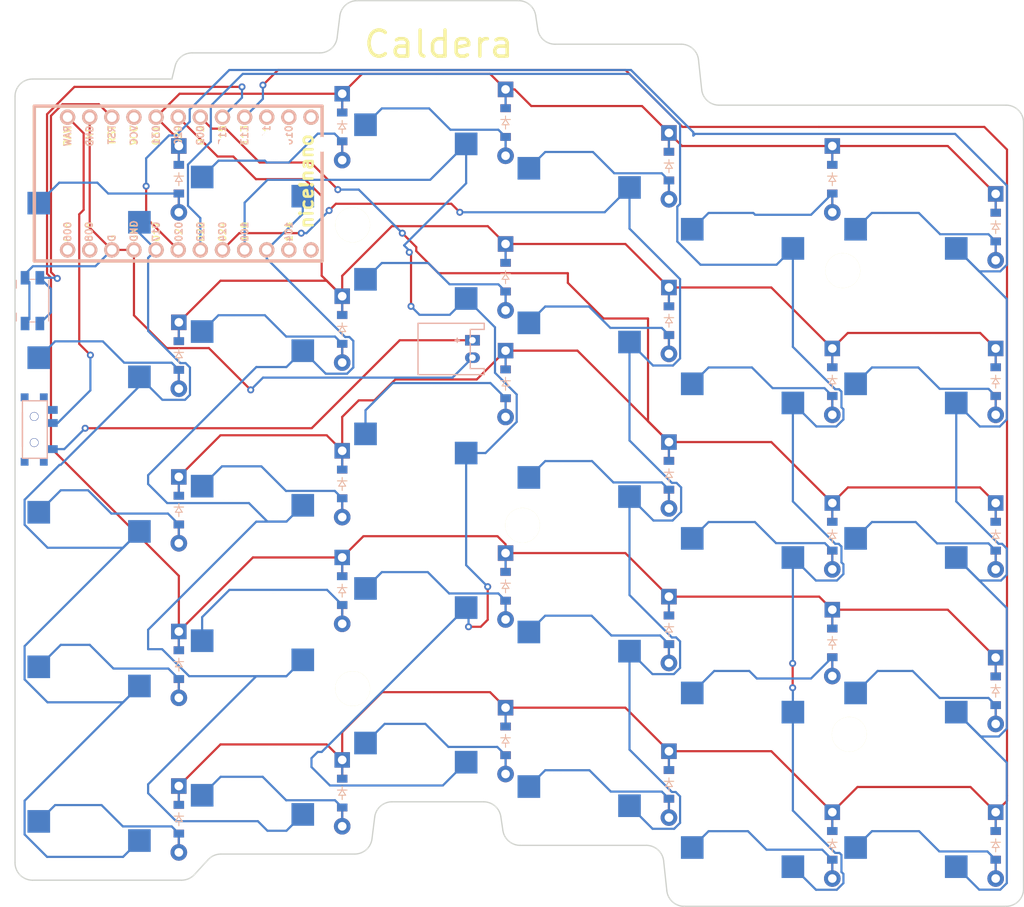
<source format=kicad_pcb>
(kicad_pcb (version 20221018) (generator pcbnew)
  (title_block (title "right") (rev "v1.0.0") (company "Unknown"))
  (layers (0 "F.Cu" signal) (31 "B.Cu" signal) (34 "B.Paste" user) (35 "F.Paste" user) (36 "B.SilkS" user "B.Silkscreen") (37 "F.SilkS" user "F.Silkscreen") (38 "B.Mask" user) (39 "F.Mask" user) (44 "Edge.Cuts" user))
  (net 0 "")
  (net 1 "P020")
  (net 2 "mirror_first_mod")
  (net 3 "mirror_first_bottom")
  (net 4 "mirror_first_home")
  (net 5 "mirror_first_top")
  (net 6 "mirror_first_num")
  (net 7 "P022")
  (net 8 "mirror_second_mod")
  (net 9 "mirror_second_bottom")
  (net 10 "mirror_second_home")
  (net 11 "mirror_second_top")
  (net 12 "mirror_second_num")
  (net 13 "P024")
  (net 14 "mirror_third_mod")
  (net 15 "mirror_third_bottom")
  (net 16 "mirror_third_home")
  (net 17 "mirror_third_top")
  (net 18 "mirror_third_num")
  (net 19 "P100")
  (net 20 "mirror_fourth_mod")
  (net 21 "mirror_fourth_bottom")
  (net 22 "mirror_fourth_home")
  (net 23 "mirror_fourth_top")
  (net 24 "mirror_fourth_num")
  (net 25 "P011")
  (net 26 "mirror_fifth_mod")
  (net 27 "mirror_fifth_bottom")
  (net 28 "mirror_fifth_home")
  (net 29 "mirror_fifth_top")
  (net 30 "mirror_fifth_num")
  (net 31 "P017")
  (net 32 "mirror_sixth_mod")
  (net 33 "mirror_sixth_bottom")
  (net 34 "mirror_sixth_home")
  (net 35 "mirror_sixth_top")
  (net 36 "mirror_sixth_num")
  (net 37 "P113")
  (net 38 "P115")
  (net 39 "P002")
  (net 40 "P029")
  (net 41 "P031")
  (net 42 "RAW")
  (net 43 "GND")
  (net 44 "RST")
  (net 45 "VCC")
  (net 46 "P111")
  (net 47 "P010")
  (net 48 "P009")
  (net 49 "P006")
  (net 50 "P008")
  (net 51 "P104")
  (net 52 "P106")
  (net 53 "pos")
  (footprint "E73:SPDT_C128955" (layer "F.Cu") (at 244.95 105.75 90)
    (fp_text reference "T1" hide)
    (fp_text value "" hide)
  )
  (footprint "ComboDiode" (layer "F.Cu") (at 317.8 146.5 -90)
    (fp_text reference "D9" hide)
    (fp_text value "" hide)
  )
  (footprint "PG1350" (layer "F.Cu") (at 328.75 96.75 180)
    (fp_text reference "S9" hide)
    (fp_text value "" hide)
  )
  (footprint "ComboDiode" (layer "F.Cu") (at 355.3 100.25 -90)
    (fp_text reference "D4" hide)
    (fp_text value "" hide)
  )
  (footprint "PG1350" (layer "F.Cu") (at 328.75 150 180)
    (fp_text reference "S6" hide)
    (fp_text value "" hide)
  )
  (footprint "ComboDiode" (layer "F.Cu") (at 280.3 94.25 -90)
    (fp_text reference "D20" hide)
    (fp_text value "" hide)
  )
  (footprint "PG1350" (layer "F.Cu") (at 310 107.5 180)
    (fp_text reference "S13" hide)
    (fp_text value "" hide)
  )
  (footprint "HOLE_M2_TH" (layer "F.Cu") (at 281.5 135.5)
    (fp_text reference "")
    (fp_text value "")
  )
  (footprint "PG1350" (layer "F.Cu") (at 253.75 93.75 180)
    (fp_text reference "S29" hide)
    (fp_text value "" hide)
  )
  (footprint "PG1350" (layer "F.Cu") (at 291.25 120.25 180)
    (fp_text reference "S17" hide)
    (fp_text value "" hide)
  )
  (footprint "ComboDiode" (layer "F.Cu") (at 355.3 82.5 -90)
    (fp_text reference "D5" hide)
    (fp_text value "" hide)
  )
  (footprint "ComboDiode" (layer "F.Cu") (at 317.8 75.5 -90)
    (fp_text reference "D13" hide)
    (fp_text value "" hide)
  )
  (footprint "ComboDiode" (layer "F.Cu") (at 299.05 123.75 -90)
    (fp_text reference "D15" hide)
    (fp_text value "" hide)
  )
  (footprint "ComboDiode" (layer "F.Cu") (at 336.55 153.5 -90)
    (fp_text reference "D6" hide)
    (fp_text value "" hide)
  )
  (footprint "HOLE_M2_TH" (layer "F.Cu") (at 301 116.75)
    (fp_text reference "")
    (fp_text value "")
  )
  (footprint "ComboDiode" (layer "F.Cu") (at 299.05 88.25 -90)
    (fp_text reference "D16" hide)
    (fp_text value "" hide)
  )
  (footprint "ComboDiode" (layer "F.Cu") (at 299.05 141.5 -90)
    (fp_text reference "D14" hide)
    (fp_text value "" hide)
  )
  (footprint "PG1350" (layer "F.Cu") (at 310 72 180)
    (fp_text reference "S15" hide)
    (fp_text value "" hide)
  )
  (footprint "ComboDiode" (layer "F.Cu") (at 336.55 130.25 -90)
    (fp_text reference "D25" hide)
    (fp_text value "" hide)
  )
  (footprint "ComboDiode" (layer "F.Cu") (at 299.05 70.5 -90)
    (fp_text reference "D17" hide)
    (fp_text value "" hide)
  )
  (footprint "ComboDiode" (layer "F.Cu") (at 355.3 153.5 -90)
    (fp_text reference "D1" hide)
    (fp_text value "" hide)
  )
  (footprint "PG1350" (layer "F.Cu") (at 347.5 114.5 180)
    (fp_text reference "S3" hide)
    (fp_text value "" hide)
  )
  (footprint "ComboDiode" (layer "F.Cu") (at 280.3 147.5 -90)
    (fp_text reference "D18" hide)
    (fp_text value "" hide)
  )
  (footprint "ComboDiode" (layer "F.Cu") (at 355.3 118 -90)
    (fp_text reference "D3" hide)
    (fp_text value "" hide)
  )
  (footprint "PG1350" (layer "F.Cu") (at 310 125.25 180)
    (fp_text reference "S12" hide)
    (fp_text value "" hide)
  )
  (footprint "ComboDiode" (layer "F.Cu") (at 261.55 115 -90)
    (fp_text reference "D23" hide)
    (fp_text value "" hide)
  )
  (footprint "PG1350" (layer "F.Cu") (at 347.5 132.25 180)
    (fp_text reference "S2" hide)
    (fp_text value "" hide)
  )
  (footprint "PG1350" (layer "F.Cu") (at 310 143 180)
    (fp_text reference "S11" hide)
    (fp_text value "" hide)
  )
  (footprint "PG1350" (layer "F.Cu") (at 347.5 79 180)
    (fp_text reference "S5" hide)
    (fp_text value "" hide)
  )
  (footprint "PG1350" (layer "F.Cu") (at 291.25 102.5 180)
    (fp_text reference "S18" hide)
    (fp_text value "" hide)
  )
  (footprint "PG1350" (layer "F.Cu") (at 310 89.75 180)
    (fp_text reference "S14" hide)
    (fp_text value "" hide)
  )
  (footprint "Panasonic_EVQPUL_EVQPUC" (layer "F.Cu") (at 244.75 90.95 90)
    (fp_text reference "B1" hide)
    (fp_text value "Panasonic_EVQPUL_EVQPUC" hide)
  )
  (footprint "ComboDiode" (layer "F.Cu") (at 317.8 111 -90)
    (fp_text reference "D11" hide)
    (fp_text value "" hide)
  )
  (footprint "ComboDiode" (layer "F.Cu") (at 261.55 150.5 -90)
    (fp_text reference "D21" hide)
    (fp_text value "" hide)
  )
  (footprint "PG1350" (layer "F.Cu") (at 253.75 129.25 180)
    (fp_text reference "S27" hide)
    (fp_text value "" hide)
  )
  (footprint "HOLE_M2_TH" (layer "F.Cu") (at 281.5 82.25)
    (fp_text reference "")
    (fp_text value "")
  )
  (footprint "PG1350" (layer "F.Cu") (at 291.25 84.75 180)
    (fp_text reference "S19" hide)
    (fp_text value "" hide)
  )
  (footprint "PG1350" (layer "F.Cu") (at 272.5 108.5 180)
    (fp_text reference "S23" hide)
    (fp_text value "" hide)
  )
  (footprint "ComboDiode" (layer "F.Cu") (at 317.8 93.25 -90)
    (fp_text reference "D12" hide)
    (fp_text value "" hide)
  )
  (footprint "ComboDiode" (layer "F.Cu") (at 280.3 71 -90)
    (fp_text reference "D29" hide)
    (fp_text value "" hide)
  )
  (footprint "nice_nano" (layer "F.Cu") (at 262.75 77.5)
    (fp_text reference "MCU1" hide)
    (fp_text value "nice_nano" hide)
  )
  (footprint "PG1350" (layer "F.Cu") (at 328.75 114.5 180)
    (fp_text reference "S8" hide)
    (fp_text value "" hide)
  )
  (footprint "ComboDiode" (layer "F.Cu") (at 261.55 97.25 -90)
    (fp_text reference "D24" hide)
    (fp_text value "" hide)
  )
  (footprint "HOLE_M2_TH" (layer "F.Cu") (at 337.75 87.5)
    (fp_text reference "")
    (fp_text value "")
  )
  (footprint "ComboDiode" (layer "F.Cu") (at 280.3 112 -90)
    (fp_text reference "D19" hide)
    (fp_text value "" hide)
  )
  (footprint "PG1350" (layer "F.Cu") (at 253.75 147 180)
    (fp_text reference "S26" hide)
    (fp_text value "" hide)
  )
  (footprint "ComboDiode" (layer "F.Cu") (at 280.3 124.25 -90)
    (fp_text reference "D28" hide)
    (fp_text value "" hide)
  )
  (footprint "PG1350" (layer "F.Cu") (at 272.5 126.25 180)
    (fp_text reference "S22" hide)
    (fp_text value "" hide)
  )
  (footprint "PG1350" (layer "F.Cu") (at 291.25 67 180)
    (fp_text reference "S20" hide)
    (fp_text value "" hide)
  )
  (footprint "PG1350" (layer "F.Cu") (at 347.5 150 180)
    (fp_text reference "S1" hide)
    (fp_text value "" hide)
  )
  (footprint "ComboDiode" (layer "F.Cu") (at 261.55 132.75 -90)
    (fp_text reference "D22" hide)
    (fp_text value "" hide)
  )
  (footprint "JST_PH_S2B-PH-K_02x2.00mm_Angled" (layer "F.Cu") (at 295.25 96.5 -90)
    (fp_text reference "JST1" hide)
    (fp_text value "" hide)
  )
  (footprint "ComboDiode" (layer "F.Cu") (at 299.05 100.5 -90)
    (fp_text reference "D27" hide)
    (fp_text value "" hide)
  )
  (footprint "ComboDiode" (layer "F.Cu") (at 336.55 100.25 -90)
    (fp_text reference "D8" hide)
    (fp_text value "" hide)
  )
  (footprint "PG1350" (layer "F.Cu") (at 328.75 132.25 180)
    (fp_text reference "S7" hide)
    (fp_text value "" hide)
  )
  (footprint "HOLE_M2_TH" (layer "F.Cu") (at 338.5 140.75)
    (fp_text reference "")
    (fp_text value "")
  )
  (footprint "ComboDiode" (layer "F.Cu") (at 261.55 77 -90)
    (fp_text reference "D30" hide)
    (fp_text value "" hide)
  )
  (footprint "ComboDiode" (layer "F.Cu") (at 336.55 118 -90)
    (fp_text reference "D7" hide)
    (fp_text value "" hide)
  )
  (footprint "PG1350" (layer "F.Cu") (at 253.75 111.5 180)
    (fp_text reference "S28" hide)
    (fp_text value "" hide)
  )
  (footprint "ComboDiode" (layer "F.Cu") (at 317.8 128.75 -90)
    (fp_text reference "D10" hide)
    (fp_text value "" hide)
  )
  (footprint "PG1350" (layer "F.Cu") (at 347.5 96.75 180)
    (fp_text reference "S4" hide)
    (fp_text value "" hide)
  )
  (footprint "PG1350" (layer "F.Cu") (at 328.75 79 180)
    (fp_text reference "S10" hide)
    (fp_text value "" hide)
  )
  (footprint "ComboDiode" (layer "F.Cu") (at 336.55 77 -90)
    (fp_text reference "D26" hide)
    (fp_text value "" hide)
  )
  (footprint "PG1350" (layer "F.Cu") (at 253.75 76 180)
    (fp_text reference "S30" hide)
    (fp_text value "" hide)
  )
  (footprint "PG1350" (layer "F.Cu") (at 291.25 138 180)
    (fp_text reference "S16" hide)
    (fp_text value "" hide)
  )
  (footprint "ComboDiode" (layer "F.Cu") (at 355.3 135.75 -90)
    (fp_text reference "D2" hide)
    (fp_text value "" hide)
  )
  (footprint "PG1350" (layer "F.Cu") (at 272.5 90.75 180)
    (fp_text reference "S24" hide)
    (fp_text value "" hide)
  )
  (footprint "PG1350" (layer "F.Cu") (at 272.5 73 180)
    (fp_text reference "S25" hide)
    (fp_text value "" hide)
  )
  (footprint "PG1350" (layer "F.Cu") (at 272.5 144 180)
    (fp_text reference "S21" hide)
    (fp_text value "" hide)
  )
  (gr_line (start 356.5 68.5) (end 323.547161 68.5) (stroke (width 0.15)) (layer "Edge.Cuts"))
  (gr_arc (start 315.202839 153.5) (mid 316.539601 154.012362) (end 317.191457 155.286934) (stroke (width 0.15)) (layer "Edge.Cuts"))
  (gr_arc (start 263.344505 156.851449) (mid 262.675523 157.330696) (end 261.870197 157.5) (stroke (width 0.15)) (layer "Edge.Cuts"))
  (gr_arc (start 323.547161 68.5) (mid 322.210399 67.987638) (end 321.558543 66.713066) (stroke (width 0.15)) (layer "Edge.Cuts"))
  (gr_line (start 358.5 158.5) (end 358.5 70.5) (stroke (width 0.15)) (layer "Edge.Cuts"))
  (gr_line (start 266.379803 154.5) (end 281.734436 154.5) (stroke (width 0.15)) (layer "Edge.Cuts"))
  (gr_line (start 261.121233 64.014868) (end 260.7499 65.5) (stroke (width 0.15)) (layer "Edge.Cuts"))
  (gr_line (start 298.505498 150.203319) (end 298.744502 151.796681) (stroke (width 0.15)) (layer "Edge.Cuts"))
  (gr_arc (start 280.031008 58.251931) (mid 280.691959 57.000644) (end 282.015564 56.5) (stroke (width 0.15)) (layer "Edge.Cuts"))
  (gr_arc (start 279.718992 60.748069) (mid 279.058041 61.999356) (end 277.734436 62.5) (stroke (width 0.15)) (layer "Edge.Cuts"))
  (gr_arc (start 319.202839 61.5) (mid 320.539601 62.012362) (end 321.191457 63.286934) (stroke (width 0.15)) (layer "Edge.Cuts"))
  (gr_arc (start 244.75 157.5) (mid 243.335786 156.914214) (end 242.75 155.5) (stroke (width 0.15)) (layer "Edge.Cuts"))
  (gr_arc (start 358.5 158.5) (mid 357.914214 159.914214) (end 356.5 160.5) (stroke (width 0.15)) (layer "Edge.Cuts"))
  (gr_arc (start 296.527625 148.5) (mid 297.832738 148.98452) (end 298.505498 150.203319) (stroke (width 0.15)) (layer "Edge.Cuts"))
  (gr_arc (start 242.75 67.5) (mid 243.335786 66.085786) (end 244.75 65.5) (stroke (width 0.15)) (layer "Edge.Cuts"))
  (gr_line (start 319.547161 160.5) (end 356.5 160.5) (stroke (width 0.15)) (layer "Edge.Cuts"))
  (gr_arc (start 319.547161 160.5) (mid 318.210399 159.987638) (end 317.558543 158.713066) (stroke (width 0.15)) (layer "Edge.Cuts"))
  (gr_line (start 286.015564 148.5) (end 296.527625 148.5) (stroke (width 0.15)) (layer "Edge.Cuts"))
  (gr_arc (start 300.722375 153.5) (mid 299.417262 153.01548) (end 298.744502 151.796681) (stroke (width 0.15)) (layer "Edge.Cuts"))
  (gr_arc (start 300.527625 56.5) (mid 301.832738 56.98452) (end 302.505498 58.203319) (stroke (width 0.15)) (layer "Edge.Cuts"))
  (gr_arc (start 356.5 68.5) (mid 357.914214 69.085786) (end 358.5 70.5) (stroke (width 0.15)) (layer "Edge.Cuts"))
  (gr_line (start 300.722375 153.5) (end 315.202839 153.5) (stroke (width 0.15)) (layer "Edge.Cuts"))
  (gr_arc (start 283.718992 152.748069) (mid 283.058041 153.999356) (end 281.734436 154.5) (stroke (width 0.15)) (layer "Edge.Cuts"))
  (gr_arc (start 284.031008 150.251931) (mid 284.691959 149.000644) (end 286.015564 148.5) (stroke (width 0.15)) (layer "Edge.Cuts"))
  (gr_line (start 242.75 67.5) (end 242.75 155.5) (stroke (width 0.15)) (layer "Edge.Cuts"))
  (gr_line (start 283.718991 152.748069) (end 284.031009 150.251931) (stroke (width 0.15)) (layer "Edge.Cuts"))
  (gr_line (start 317.191457 155.286934) (end 317.558543 158.713066) (stroke (width 0.15)) (layer "Edge.Cuts"))
  (gr_line (start 277.734436 62.5) (end 263.061502 62.5) (stroke (width 0.15)) (layer "Edge.Cuts"))
  (gr_line (start 321.558543 66.713066) (end 321.191457 63.286934) (stroke (width 0.15)) (layer "Edge.Cuts"))
  (gr_arc (start 304.722375 61.5) (mid 303.417262 61.01548) (end 302.744502 59.796681) (stroke (width 0.15)) (layer "Edge.Cuts"))
  (gr_arc (start 264.905495 155.148551) (mid 265.574477 154.669304) (end 266.379803 154.5) (stroke (width 0.15)) (layer "Edge.Cuts"))
  (gr_line (start 260.7499 65.5) (end 244.75 65.5) (stroke (width 0.15)) (layer "Edge.Cuts"))
  (gr_line (start 302.744502 59.796681) (end 302.505498 58.203319) (stroke (width 0.15)) (layer "Edge.Cuts"))
  (gr_line (start 263.344505 156.851449) (end 264.905495 155.148551) (stroke (width 0.15)) (layer "Edge.Cuts"))
  (gr_line (start 319.202839 61.5) (end 304.722375 61.5) (stroke (width 0.15)) (layer "Edge.Cuts"))
  (gr_line (start 280.031009 58.251931) (end 279.718991 60.748069) (stroke (width 0.15)) (layer "Edge.Cuts"))
  (gr_line (start 244.75 157.5) (end 261.870197 157.5) (stroke (width 0.15)) (layer "Edge.Cuts"))
  (gr_line (start 300.527625 56.5) (end 282.015564 56.5) (stroke (width 0.15)) (layer "Edge.Cuts"))
  (gr_arc (start 261.121232 64.014868) (mid 261.830702 62.92357) (end 263.061502 62.5) (stroke (width 0.15)) (layer "Edge.Cuts"))
  (gr_text "Caldera" (at 282.55 61.5) (layer "F.SilkS") (effects (font (size 3 3) (thickness 0.4)) (justify left)))
  (segment (start 257.8 77.8) (end 257.8 81.44) (width 0.25) (layer "F.Cu") (net 1))
  (segment (start 257.8 81.44) (end 261.48 85.12) (width 0.25) (layer "F.Cu") (net 1))
  (via (at 257.8 77.8) (size 0.8) (drill 0.4) (layers "F.Cu" "B.Cu") (net 1))
  (segment (start 356.5775 104.589158) (end 355.766658 105.4) (width 0.25) (layer "B.Cu") (net 1))
  (segment (start 355.641316 118.875) (end 356.03462 118.875) (width 0.25) (layer "B.Cu") (net 1))
  (segment (start 350.775 84.95) (end 356.5775 90.7525) (width 0.25) (layer "B.Cu") (net 1))
  (segment (start 356.03462 118.875) (end 356.5775 119.41788) (width 0.25) (layer "B.Cu") (net 1))
  (segment (start 320.6 72) (end 320.6 71.615984) (width 0.25) (layer "B.Cu") (net 1))
  (segment (start 320.6 71.615984) (end 313.444516 64.4605) (width 0.25) (layer "B.Cu") (net 1))
  (segment (start 350.775 120.45) (end 356.5775 126.2525) (width 0.25) (layer "B.Cu") (net 1))
  (segment (start 356.6 86.816658) (end 356.6 77.75238) (width 0.25) (layer "B.Cu") (net 1))
  (segment (start 356.5775 90.7525) (end 356.5775 104.589158) (width 0.25) (layer "B.Cu") (net 1))
  (segment (start 353.4125 158.5875) (end 350.775 155.95) (width 0.25) (layer "B.Cu") (net 1))
  (segment (start 356.5775 119.41788) (end 356.5775 122.4225) (width 0.25) (layer "B.Cu") (net 1))
  (segment (start 261.224 71.976) (end 260.424 71.976) (width 0.25) (layer "B.Cu") (net 1))
  (segment (start 356.5775 126.2525) (end 356.5775 140.089158) (width 0.25) (layer "B.Cu") (net 1))
  (segment (start 353.475 105.4) (end 350.775 102.7) (width 0.25) (layer "B.Cu") (net 1))
  (segment (start 355.829158 87.5875) (end 356.6 86.816658) (width 0.25) (layer "B.Cu") (net 1))
  (segment (start 356.5775 140.089158) (end 355.666658 141) (width 0.25) (layer "B.Cu") (net 1))
  (segment (start 350.64762 71.8) (end 320.8 71.8) (width 0.25) (layer "B.Cu") (net 1))
  (segment (start 353.575 141) (end 350.775 138.2) (width 0.25) (layer "B.Cu") (net 1))
  (segment (start 356.6 77.75238) (end 350.64762 71.8) (width 0.25) (layer "B.Cu") (net 1))
  (segment (start 262.8 69) (end 262.8 70.4) (width 0.25) (layer "B.Cu") (net 1))
  (segment (start 356.5775 144.0025) (end 356.5775 157.839158) (width 0.25) (layer "B.Cu") (net 1))
  (segment (start 260.424 71.976) (end 257.8 74.6) (width 0.25) (layer "B.Cu") (net 1))
  (segment (start 350.775 138.2) (end 356.5775 144.0025) (width 0.25) (layer "B.Cu") (net 1))
  (segment (start 353.4125 87.5875) (end 355.829158 87.5875) (width 0.25) (layer "B.Cu") (net 1))
  (segment (start 350.775 114.008684) (end 355.641316 118.875) (width 0.25) (layer "B.Cu") (net 1))
  (segment (start 313.444516 64.4605) (end 267.3395 64.4605) (width 0.25) (layer "B.Cu") (net 1))
  (segment (start 320.8 71.8) (end 320.6 72) (width 0.25) (layer "B.Cu") (net 1))
  (segment (start 267.3395 64.4605) (end 262.8 69) (width 0.25) (layer "B.Cu") (net 1))
  (segment (start 353.4125 123.0875) (end 350.775 120.45) (width 0.25) (layer "B.Cu") (net 1))
  (segment (start 356.5775 157.839158) (end 355.829158 158.5875) (width 0.25) (layer "B.Cu") (net 1))
  (segment (start 355.666658 141) (end 353.575 141) (width 0.25) (layer "B.Cu") (net 1))
  (segment (start 262.8 70.4) (end 261.224 71.976) (width 0.25) (layer "B.Cu") (net 1))
  (segment (start 356.5775 122.4225) (end 355.9125 123.0875) (width 0.25) (layer "B.Cu") (net 1))
  (segment (start 355.829158 158.5875) (end 353.4125 158.5875) (width 0.25) (layer "B.Cu") (net 1))
  (segment (start 350.775 84.95) (end 353.4125 87.5875) (width 0.25) (layer "B.Cu") (net 1))
  (segment (start 257.8 74.6) (end 257.8 77.8) (width 0.25) (layer "B.Cu") (net 1))
  (segment (start 350.775 102.7) (end 350.775 114.008684) (width 0.25) (layer "B.Cu") (net 1))
  (segment (start 355.9125 123.0875) (end 353.4125 123.0875) (width 0.25) (layer "B.Cu") (net 1))
  (segment (start 355.766658 105.4) (end 353.475 105.4) (width 0.25) (layer "B.Cu") (net 1))
  (segment (start 355.3 157.31) (end 355.3 155.15) (width 0.25) (layer "F.Cu") (net 2))
  (segment (start 339.225 153.75) (end 341.1 151.875) (width 0.25) (layer "B.Cu") (net 2))
  (segment (start 354.35 154.2) (end 355.3 155.15) (width 0.25) (layer "B.Cu") (net 2))
  (segment (start 341.1 151.875) (end 346.50962 151.875) (width 0.25) (layer "B.Cu") (net 2))
  (segment (start 346.50962 151.875) (end 348.83462 154.2) (width 0.25) (layer "B.Cu") (net 2))
  (segment (start 348.83462 154.2) (end 354.35 154.2) (width 0.25) (layer "B.Cu") (net 2))
  (segment (start 355.3 157.31) (end 355.3 155.15) (width 0.25) (layer "B.Cu") (net 2))
  (segment (start 355.3 139.56) (end 355.3 137.4) (width 0.25) (layer "F.Cu") (net 3))
  (segment (start 355.3 139.56) (end 355.3 137.4) (width 0.25) (layer "B.Cu") (net 3))
  (segment (start 348.870001 136.575) (end 354.475 136.575) (width 0.25) (layer "B.Cu") (net 3))
  (segment (start 354.475 136.575) (end 355.3 137.4) (width 0.25) (layer "B.Cu") (net 3))
  (segment (start 339.225 136) (end 341.7491 133.4759) (width 0.25) (layer "B.Cu") (net 3))
  (segment (start 341.7491 133.4759) (end 345.770901 133.4759) (width 0.25) (layer "B.Cu") (net 3))
  (segment (start 345.770901 133.4759) (end 348.870001 136.575) (width 0.25) (layer "B.Cu") (net 3))
  (segment (start 355.3 121.81) (end 355.3 119.65) (width 0.25) (layer "F.Cu") (net 4))
  (segment (start 354.475 118.825) (end 355.3 119.65) (width 0.25) (layer "B.Cu") (net 4))
  (segment (start 355.3 121.81) (end 355.3 119.65) (width 0.25) (layer "B.Cu") (net 4))
  (segment (start 346.125 116.375) (end 348.575 118.825) (width 0.25) (layer "B.Cu") (net 4))
  (segment (start 339.225 118.25) (end 341.1 116.375) (width 0.25) (layer "B.Cu") (net 4))
  (segment (start 348.575 118.825) (end 354.475 118.825) (width 0.25) (layer "B.Cu") (net 4))
  (segment (start 341.1 116.375) (end 346.125 116.375) (width 0.25) (layer "B.Cu") (net 4))
  (segment (start 355.3 104.06) (end 355.3 101.9) (width 0.25) (layer "F.Cu") (net 5))
  (segment (start 339.225 100.5) (end 341.1 98.625) (width 0.25) (layer "B.Cu") (net 5))
  (segment (start 346.425 98.625) (end 348.875 101.075) (width 0.25) (layer "B.Cu") (net 5))
  (segment (start 348.875 101.075) (end 354.475 101.075) (width 0.25) (layer "B.Cu") (net 5))
  (segment (start 355.3 104.06) (end 355.3 101.9) (width 0.25) (layer "B.Cu") (net 5))
  (segment (start 354.475 101.075) (end 355.3 101.9) (width 0.25) (layer "B.Cu") (net 5))
  (segment (start 341.1 98.625) (end 346.425 98.625) (width 0.25) (layer "B.Cu") (net 5))
  (segment (start 355.3 86.31) (end 355.3 84.15) (width 0.25) (layer "F.Cu") (net 6))
  (segment (start 348.925 83.325) (end 354.475 83.325) (width 0.25) (layer "B.Cu") (net 6))
  (segment (start 341.1 80.875) (end 346.475 80.875) (width 0.25) (layer "B.Cu") (net 6))
  (segment (start 346.475 80.875) (end 348.925 83.325) (width 0.25) (layer "B.Cu") (net 6))
  (segment (start 339.225 82.75) (end 341.1 80.875) (width 0.25) (layer "B.Cu") (net 6))
  (segment (start 354.475 83.325) (end 355.3 84.15) (width 0.25) (layer "B.Cu") (net 6))
  (segment (start 355.3 86.31) (end 355.3 84.15) (width 0.25) (layer "B.Cu") (net 6))
  (segment (start 332 132.6) (end 332 135.4) (width 0.25) (layer "F.Cu") (net 7))
  (via (at 332 135.4) (size 0.8) (drill 0.4) (layers "F.Cu" "B.Cu") (net 7))
  (via (at 332 132.6) (size 0.8) (drill 0.4) (layers "F.Cu" "B.Cu") (net 7))
  (segment (start 334.675 158.6) (end 332.025 155.95) (width 0.25) (layer "B.Cu") (net 7))
  (segment (start 337.8275 121.2275) (end 337.8275 122.339158) (width 0.25) (layer "B.Cu") (net 7))
  (segment (start 332.025 120.45) (end 332.025 132.575) (width 0.25) (layer "B.Cu") (net 7))
  (segment (start 330.15 86.825) (end 321.425 86.825) (width 0.25) (layer "B.Cu") (net 7))
  (segment (start 337.6 101.4) (end 337.6 103.2) (width 0.25) (layer "B.Cu") (net 7))
  (segment (start 337.375 154.375) (end 337.6 154.6) (width 0.25) (layer "B.Cu") (net 7))
  (segment (start 332.025 149.508684) (end 336.891316 154.375) (width 0.25) (layer "B.Cu") (net 7))
  (segment (start 337.6 119.19038) (end 337.6 121) (width 0.25) (layer "B.Cu") (net 7))
  (segment (start 334.6625 123.0875) (end 332.025 120.45) (width 0.25) (layer "B.Cu") (net 7))
  (segment (start 337.325 101.125) (end 337.6 101.4) (width 0.25) (layer "B.Cu") (net 7))
  (segment (start 337.6 154.6) (end 337.6 156.553342) (width 0.25) (layer "B.Cu") (net 7))
  (segment (start 268.8895 64.9105) (end 265.2213 68.5787) (width 0.25) (layer "B.Cu") (net 7))
  (segment (start 265.2213 72.69408) (end 262.6 75.31538) (width 0.25) (layer "B.Cu") (net 7))
  (segment (start 319.0775 70.72988) (end 313.25812 64.9105) (width 0.25) (layer "B.Cu") (net 7))
  (segment (start 332.025 138.2) (end 332.025 149.508684) (width 0.25) (layer "B.Cu") (net 7))
  (segment (start 336.891316 101.125) (end 337.325 101.125) (width 0.25) (layer "B.Cu") (net 7))
  (segment (start 332.025 132.575) (end 332 132.6) (width 0.25) (layer "B.Cu") (net 7))
  (segment (start 321.425 86.825) (end 318.758329 84.158329) (width 0.25) (layer "B.Cu") (net 7))
  (segment (start 264.02 81.473342) (end 264.02 85.12) (width 0.25) (layer "B.Cu") (net 7))
  (segment (start 332.025 84.95) (end 332.025 96.258684) (width 0.25) (layer "B.Cu") (net 7))
  (segment (start 318.758329 80.158329) (end 319.0775 79.839158) (width 0.25) (layer "B.Cu") (net 7))
  (segment (start 334.725 105.4) (end 332.025 102.7) (width 0.25) (layer "B.Cu") (net 7))
  (segment (start 318.758329 84.158329) (end 318.758329 80.158329) (width 0.25) (layer "B.Cu") (net 7))
  (segment (start 262.6 75.31538) (end 262.6 80.053342) (width 0.25) (layer "B.Cu") (net 7))
  (segment (start 337.6 156.553342) (end 337.8275 156.780842) (width 0.25) (layer "B.Cu") (net 7))
  (segment (start 332.025 135.425) (end 332.025 138.2) (width 0.25) (layer "B.Cu") (net 7))
  (segment (start 332.025 114.008684) (end 336.891316 118.875) (width 0.25) (layer "B.Cu") (net 7))
  (segment (start 337.8275 104.589158) (end 337.016658 105.4) (width 0.25) (layer "B.Cu") (net 7))
  (segment (start 336.891316 154.375) (end 337.375 154.375) (width 0.25) (layer "B.Cu") (net 7))
  (segment (start 332 135.4) (end 332.025 135.425) (width 0.25) (layer "B.Cu") (net 7))
  (segment (start 262.6 80.053342) (end 264.02 81.473342) (width 0.25) (layer "B.Cu") (net 7))
  (segment (start 332.025 96.258684) (end 336.891316 101.125) (width 0.25) (layer "B.Cu") (net 7))
  (segment (start 332.025 84.95) (end 330.15 86.825) (width 0.25) (layer "B.Cu") (net 7))
  (segment (start 319.0775 79.839158) (end 319.0775 70.72988) (width 0.25) (layer "B.Cu") (net 7))
  (segment (start 337.8275 122.339158) (end 337.079158 123.0875) (width 0.25) (layer "B.Cu") (net 7))
  (segment (start 265.2213 68.5787) (end 265.2213 72.69408) (width 0.25) (layer "B.Cu") (net 7))
  (segment (start 313.25812 64.9105) (end 268.8895 64.9105) (width 0.25) (layer "B.Cu") (net 7))
  (segment (start 337.6 103.2) (end 337.8275 103.4275) (width 0.25) (layer "B.Cu") (net 7))
  (segment (start 337.8275 157.839158) (end 337.066658 158.6) (width 0.25) (layer "B.Cu") (net 7))
  (segment (start 337.6 121) (end 337.8275 121.2275) (width 0.25) (layer "B.Cu") (net 7))
  (segment (start 337.28462 118.875) (end 337.6 119.19038) (width 0.25) (layer "B.Cu") (net 7))
  (segment (start 337.079158 123.0875) (end 334.6625 123.0875) (width 0.25) (layer "B.Cu") (net 7))
  (segment (start 337.8275 103.4275) (end 337.8275 104.589158) (width 0.25) (layer "B.Cu") (net 7))
  (segment (start 337.066658 158.6) (end 334.675 158.6) (width 0.25) (layer "B.Cu") (net 7))
  (segment (start 332.025 102.7) (end 332.025 114.008684) (width 0.25) (layer "B.Cu") (net 7))
  (segment (start 337.8275 156.780842) (end 337.8275 157.839158) (width 0.25) (layer "B.Cu") (net 7))
  (segment (start 337.016658 105.4) (end 334.725 105.4) (width 0.25) (layer "B.Cu") (net 7))
  (segment (start 336.891316 118.875) (end 337.28462 118.875) (width 0.25) (layer "B.Cu") (net 7))
  (segment (start 336.55 157.31) (end 336.55 155.15) (width 0.25) (layer "F.Cu") (net 8))
  (segment (start 335.4 154) (end 336.55 155.15) (width 0.25) (layer "B.Cu") (net 8))
  (segment (start 322.35 151.875) (end 326.875 151.875) (width 0.25) (layer "B.Cu") (net 8))
  (segment (start 326.875 151.875) (end 329 154) (width 0.25) (layer "B.Cu") (net 8))
  (segment (start 320.475 153.75) (end 322.35 151.875) (width 0.25) (layer "B.Cu") (net 8))
  (segment (start 336.55 157.31) (end 336.55 155.15) (width 0.25) (layer "B.Cu") (net 8))
  (segment (start 329 154) (end 335.4 154) (width 0.25) (layer "B.Cu") (net 8))
  (segment (start 336.55 134.06) (end 336.55 131.9) (width 0.25) (layer "F.Cu") (net 9))
  (segment (start 334.1105 134.3395) (end 336.55 131.9) (width 0.25) (layer "B.Cu") (net 9))
  (segment (start 322.9991 133.4759) (end 327.020901 133.4759) (width 0.25) (layer "B.Cu") (net 9))
  (segment (start 320.475 136) (end 322.9991 133.4759) (width 0.25) (layer "B.Cu") (net 9))
  (segment (start 327.884501 134.3395) (end 334.1105 134.3395) (width 0.25) (layer "B.Cu") (net 9))
  (segment (start 336.55 134.06) (end 336.55 131.9) (width 0.25) (layer "B.Cu") (net 9))
  (segment (start 327.020901 133.4759) (end 327.884501 134.3395) (width 0.25) (layer "B.Cu") (net 9))
  (segment (start 336.55 121.81) (end 336.55 119.65) (width 0.25) (layer "F.Cu") (net 10))
  (segment (start 320.475 118.25) (end 322.35 116.375) (width 0.25) (layer "B.Cu") (net 10))
  (segment (start 335.7 118.8) (end 336.55 119.65) (width 0.25) (layer "B.Cu") (net 10))
  (segment (start 327.670001 116.375) (end 330.095001 118.8) (width 0.25) (layer "B.Cu") (net 10))
  (segment (start 336.55 121.81) (end 336.55 119.65) (width 0.25) (layer "B.Cu") (net 10))
  (segment (start 322.35 116.375) (end 327.670001 116.375) (width 0.25) (layer "B.Cu") (net 10))
  (segment (start 330.095001 118.8) (end 335.7 118.8) (width 0.25) (layer "B.Cu") (net 10))
  (segment (start 336.55 104.06) (end 336.55 101.9) (width 0.25) (layer "F.Cu") (net 11))
  (segment (start 329.70165 101) (end 335.65 101) (width 0.25) (layer "B.Cu") (net 11))
  (segment (start 336.55 104.06) (end 336.55 101.9) (width 0.25) (layer "B.Cu") (net 11))
  (segment (start 327.32665 98.625) (end 329.70165 101) (width 0.25) (layer "B.Cu") (net 11))
  (segment (start 322.35 98.625) (end 327.32665 98.625) (width 0.25) (layer "B.Cu") (net 11))
  (segment (start 335.65 101) (end 336.55 101.9) (width 0.25) (layer "B.Cu") (net 11))
  (segment (start 320.475 100.5) (end 322.35 98.625) (width 0.25) (layer "B.Cu") (net 11))
  (segment (start 336.55 80.81) (end 336.55 78.65) (width 0.25) (layer "F.Cu") (net 12))
  (segment (start 320.475 82.75) (end 322.35 80.875) (width 0.25) (layer "B.Cu") (net 12))
  (segment (start 327.475 80.875) (end 327.6895 81.0895) (width 0.25) (layer "B.Cu") (net 12))
  (segment (start 336.55 80.81) (end 336.55 78.65) (width 0.25) (layer "B.Cu") (net 12))
  (segment (start 327.6895 81.0895) (end 334.1105 81.0895) (width 0.25) (layer "B.Cu") (net 12))
  (segment (start 334.1105 81.0895) (end 336.55 78.65) (width 0.25) (layer "B.Cu") (net 12))
  (segment (start 322.35 80.875) (end 327.475 80.875) (width 0.25) (layer "B.Cu") (net 12))
  (segment (start 293.8 80.8) (end 292.825 79.825) (width 0.25) (layer "F.Cu") (net 13))
  (segment (start 279.575 79.825) (end 278.8 80.6) (width 0.25) (layer "F.Cu") (net 13))
  (segment (start 268.48 83.2) (end 266.56 85.12) (width 0.25) (layer "F.Cu") (net 13))
  (segment (start 275.6 83.2) (end 268.48 83.2) (width 0.25) (layer "F.Cu") (net 13))
  (segment (start 292.825 79.825) (end 279.575 79.825) (width 0.25) (layer "F.Cu") (net 13))
  (via (at 293.8 80.8) (size 0.8) (drill 0.4) (layers "F.Cu" "B.Cu") (net 13))
  (via (at 278.8 80.6) (size 0.8) (drill 0.4) (layers "F.Cu" "B.Cu") (net 13))
  (via (at 275.6 83.2) (size 0.8) (drill 0.4) (layers "F.Cu" "B.Cu") (net 13))
  (segment (start 318.675 111.875) (end 319.2 112.4) (width 0.25) (layer "B.Cu") (net 13))
  (segment (start 319.2 112.4) (end 319.2 115.216658) (width 0.25) (layer "B.Cu") (net 13))
  (segment (start 318.141316 147.375) (end 318.575 147.375) (width 0.25) (layer "B.Cu") (net 13))
  (segment (start 318.141316 111.875) (end 318.675 111.875) (width 0.25) (layer "B.Cu") (net 13))
  (segment (start 319.2 115.216658) (end 318.216658 116.2) (width 0.25) (layer "B.Cu") (net 13))
  (segment (start 313.275 77.95) (end 313.275 82.67738) (width 0.25) (layer "B.Cu") (net 13))
  (segment (start 319.0775 130.0775) (end 319.0775 133.1225) (width 0.25) (layer "B.Cu") (net 13))
  (segment (start 313.275 77.95) (end 310.425 80.8) (width 0.25) (layer "B.Cu") (net 13))
  (segment (start 313.275 131.2) (end 313.275 142.508684) (width 0.25) (layer "B.Cu") (net 13))
  (segment (start 278.8 80.6) (end 276.2 83.2) (width 0.25) (layer "B.Cu") (net 13))
  (segment (start 315.975 98.4) (end 313.275 95.7) (width 0.25) (layer "B.Cu") (net 13))
  (segment (start 318.3625 133.8375) (end 315.9125 133.8375) (width 0.25) (layer "B.Cu") (net 13))
  (segment (start 319.0775 147.8775) (end 319.0775 150.9225) (width 0.25) (layer "B.Cu") (net 13))
  (segment (start 318.625 129.625) (end 319.0775 130.0775) (width 0.25) (layer "B.Cu") (net 13))
  (segment (start 316.025 116.2) (end 313.275 113.45) (width 0.25) (layer "B.Cu") (net 13))
  (segment (start 313.275 107.008684) (end 318.141316 111.875) (width 0.25) (layer "B.Cu") (net 13))
  (segment (start 318.575 147.375) (end 319.0775 147.8775) (width 0.25) (layer "B.Cu") (net 13))
  (segment (start 315.925 151.6) (end 313.275 148.95) (width 0.25) (layer "B.Cu") (net 13))
  (segment (start 319.0775 133.1225) (end 318.3625 133.8375) (width 0.25) (layer "B.Cu") (net 13))
  (segment (start 313.275 95.7) (end 313.275 107.008684) (width 0.25) (layer "B.Cu") (net 13))
  (segment (start 319.0775 97.589158) (end 318.266658 98.4) (width 0.25) (layer "B.Cu") (net 13))
  (segment (start 310.425 80.8) (end 293.8 80.8) (width 0.25) (layer "B.Cu") (net 13))
  (segment (start 318.216658 116.2) (end 316.025 116.2) (width 0.25) (layer "B.Cu") (net 13))
  (segment (start 276.2 83.2) (end 275.6 83.2) (width 0.25) (layer "B.Cu") (net 13))
  (segment (start 315.9125 133.8375) (end 313.275 131.2) (width 0.25) (layer "B.Cu") (net 13))
  (segment (start 318.266658 98.4) (end 315.975 98.4) (width 0.25) (layer "B.Cu") (net 13))
  (segment (start 318.4 151.6) (end 315.925 151.6) (width 0.25) (layer "B.Cu") (net 13))
  (segment (start 318.141316 129.625) (end 318.625 129.625) (width 0.25) (layer "B.Cu") (net 13))
  (segment (start 313.275 113.45) (end 313.275 124.758684) (width 0.25) (layer "B.Cu") (net 13))
  (segment (start 313.275 82.67738) (end 319.0775 88.47988) (width 0.25) (layer "B.Cu") (net 13))
  (segment (start 313.275 124.758684) (end 318.141316 129.625) (width 0.25) (layer "B.Cu") (net 13))
  (segment (start 319.0775 88.47988) (end 319.0775 97.589158) (width 0.25) (layer "B.Cu") (net 13))
  (segment (start 319.0775 150.9225) (end 318.4 151.6) (width 0.25) (layer "B.Cu") (net 13))
  (segment (start 313.275 142.508684) (end 318.141316 147.375) (width 0.25) (layer "B.Cu") (net 13))
  (segment (start 317.8 150.31) (end 317.8 148.15) (width 0.25) (layer "F.Cu") (net 14))
  (segment (start 308.675 144.875) (end 311.125 147.325) (width 0.25) (layer "B.Cu") (net 14))
  (segment (start 316.975 147.325) (end 317.8 148.15) (width 0.25) (layer "B.Cu") (net 14))
  (segment (start 317.8 150.31) (end 317.8 148.15) (width 0.25) (layer "B.Cu") (net 14))
  (segment (start 311.125 147.325) (end 316.975 147.325) (width 0.25) (layer "B.Cu") (net 14))
  (segment (start 301.725 146.75) (end 303.6 144.875) (width 0.25) (layer "B.Cu") (net 14))
  (segment (start 303.6 144.875) (end 308.675 144.875) (width 0.25) (layer "B.Cu") (net 14))
  (segment (start 317.8 132.56) (end 317.8 130.4) (width 0.25) (layer "F.Cu") (net 15))
  (segment (start 317.8 132.56) (end 317.8 130.4) (width 0.25) (layer "B.Cu") (net 15))
  (segment (start 301.725 129) (end 303.6 127.125) (width 0.25) (layer "B.Cu") (net 15))
  (segment (start 316.8 129.4) (end 317.8 130.4) (width 0.25) (layer "B.Cu") (net 15))
  (segment (start 311.195001 129.4) (end 316.8 129.4) (width 0.25) (layer "B.Cu") (net 15))
  (segment (start 303.6 127.125) (end 308.920001 127.125) (width 0.25) (layer "B.Cu") (net 15))
  (segment (start 308.920001 127.125) (end 311.195001 129.4) (width 0.25) (layer "B.Cu") (net 15))
  (segment (start 317.8 114.81) (end 317.8 112.65) (width 0.25) (layer "F.Cu") (net 16))
  (segment (start 301.725 111.25) (end 303.6 109.375) (width 0.25) (layer "B.Cu") (net 16))
  (segment (start 311.425 111.825) (end 316.975 111.825) (width 0.25) (layer "B.Cu") (net 16))
  (segment (start 303.6 109.375) (end 308.975 109.375) (width 0.25) (layer "B.Cu") (net 16))
  (segment (start 317.8 114.81) (end 317.8 112.65) (width 0.25) (layer "B.Cu") (net 16))
  (segment (start 316.975 111.825) (end 317.8 112.65) (width 0.25) (layer "B.Cu") (net 16))
  (segment (start 308.975 109.375) (end 311.425 111.825) (width 0.25) (layer "B.Cu") (net 16))
  (segment (start 317.8 97.06) (end 317.8 94.9) (width 0.25) (layer "F.Cu") (net 17))
  (segment (start 311.075 94.075) (end 316.975 94.075) (width 0.25) (layer "B.Cu") (net 17))
  (segment (start 303.6 91.625) (end 308.625 91.625) (width 0.25) (layer "B.Cu") (net 17))
  (segment (start 301.725 93.5) (end 303.6 91.625) (width 0.25) (layer "B.Cu") (net 17))
  (segment (start 317.8 97.06) (end 317.8 94.9) (width 0.25) (layer "B.Cu") (net 17))
  (segment (start 316.975 94.075) (end 317.8 94.9) (width 0.25) (layer "B.Cu") (net 17))
  (segment (start 308.625 91.625) (end 311.075 94.075) (width 0.25) (layer "B.Cu") (net 17))
  (segment (start 317.8 79.31) (end 317.8 77.15) (width 0.25) (layer "F.Cu") (net 18))
  (segment (start 301.725 75.75) (end 303.6 73.875) (width 0.25) (layer "B.Cu") (net 18))
  (segment (start 317.8 79.31) (end 317.8 77.15) (width 0.25) (layer "B.Cu") (net 18))
  (segment (start 316.975 76.325) (end 317.8 77.15) (width 0.25) (layer "B.Cu") (net 18))
  (segment (start 311.525 76.325) (end 316.975 76.325) (width 0.25) (layer "B.Cu") (net 18))
  (segment (start 303.6 73.875) (end 309.075 73.875) (width 0.25) (layer "B.Cu") (net 18))
  (segment (start 309.075 73.875) (end 311.525 76.325) (width 0.25) (layer "B.Cu") (net 18))
  (segment (start 288.2 85.6) (end 288.2 91.6) (width 0.25) (layer "F.Cu") (net 19))
  (segment (start 296.8 127.8) (end 296.2 128.4) (width 0.25) (layer "F.Cu") (net 19))
  (segment (start 297 127.6) (end 296.8 127.8) (width 0.25) (layer "F.Cu") (net 19))
  (segment (start 288 85.4) (end 288.2 85.6) (width 0.25) (layer "F.Cu") (net 19))
  (segment (start 296.2 128.4) (end 294.8 128.4) (width 0.25) (layer "F.Cu") (net 19))
  (segment (start 297 123.8) (end 297 127.6) (width 0.25) (layer "F.Cu") (net 19))
  (via (at 288 85.4) (size 0.8) (drill 0.4) (layers "F.Cu" "B.Cu") (net 19))
  (via (at 297 123.8) (size 0.8) (drill 0.4) (layers "F.Cu" "B.Cu") (net 19))
  (via (at 294.8 128.4) (size 0.8) (drill 0.4) (layers "F.Cu" "B.Cu") (net 19))
  (via (at 288.2 91.6) (size 0.8) (drill 0.4) (layers "F.Cu" "B.Cu") (net 19))
  (segment (start 300.3275 101.7275) (end 300.3275 104.8725) (width 0.25) (layer "B.Cu") (net 19))
  (segment (start 289.175 92.575) (end 292.65 92.575) (width 0.25) (layer "B.Cu") (net 19))
  (segment (start 294.525 126.2) (end 277.9509 142.7741) (width 0.25) (layer "B.Cu") (net 19))
  (segment (start 288.2 91.6) (end 289.175 92.575) (width 0.25) (layer "B.Cu") (net 19))
  (segment (start 294.525 72.95) (end 294.525 77.475) (width 0.25) (layer "B.Cu") (net 19))
  (segment (start 288 85.2) (end 288 85.4) (width 0.25) (layer "B.Cu") (net 19))
  (segment (start 292.65 92.575) (end 294.525 90.7) (width 0.25) (layer "B.Cu") (net 19))
  (segment (start 276.7741 143.492216) (end 276.7741 144.507784) (width 0.25) (layer "B.Cu") (net 19))
  (segment (start 294.8 128.4) (end 294.8 126.475) (width 0.25) (layer "B.Cu") (net 19))
  (segment (start 294.525 72.95) (end 290.4 77.075) (width 0.25) (layer "B.Cu") (net 19))
  (segment (start 297.836 94.011) (end 297.836 99.236) (width 0.25) (layer "B.Cu") (net 19))
  (segment (start 277.9509 142.7741) (end 277.492216 142.7741) (width 0.25) (layer "B.Cu") (net 19))
  (segment (start 294.525 77.475) (end 287.4 84.6) (width 0.25) (layer "B.Cu") (net 19))
  (segment (start 278.891316 146.625) (end 291.85 146.625) (width 0.25) (layer "B.Cu") (net 19))
  (segment (start 300.3275 104.8725) (end 296.75 108.45) (width 0.25) (layer "B.Cu") (net 19))
  (segment (start 277.492216 142.7741) (end 276.7741 143.492216) (width 0.25) (layer "B.Cu") (net 19))
  (segment (start 271.72335 77.075) (end 269.1 79.69835) (width 0.25) (layer "B.Cu") (net 19))
  (segment (start 291.85 146.625) (end 294.525 143.95) (width 0.25) (layer "B.Cu") (net 19))
  (segment (start 296.75 108.45) (end 294.525 108.45) (width 0.25) (layer "B.Cu") (net 19))
  (segment (start 297.836 99.236) (end 300.3275 101.7275) (width 0.25) (layer "B.Cu") (net 19))
  (segment (start 269.1 79.69835) (end 269.1 85.12) (width 0.25) (layer "B.Cu") (net 19))
  (segment (start 287.4 84.6) (end 288 85.2) (width 0.25) (layer "B.Cu") (net 19))
  (segment (start 294.8 126.475) (end 294.525 126.2) (width 0.25) (layer "B.Cu") (net 19))
  (segment (start 294.525 90.7) (end 297.836 94.011) (width 0.25) (layer "B.Cu") (net 19))
  (segment (start 276.7741 144.507784) (end 278.891316 146.625) (width 0.25) (layer "B.Cu") (net 19))
  (segment (start 290.4 77.075) (end 271.72335 77.075) (width 0.25) (layer "B.Cu") (net 19))
  (segment (start 294.525 121.325) (end 297 123.8) (width 0.25) (layer "B.Cu") (net 19))
  (segment (start 294.525 108.45) (end 294.525 121.325) (width 0.25) (layer "B.Cu") (net 19))
  (segment (start 299.05 145.31) (end 299.05 143.15) (width 0.25) (layer "F.Cu") (net 20))
  (segment (start 298.1 142.2) (end 299.05 143.15) (width 0.25) (layer "B.Cu") (net 20))
  (segment (start 299.05 145.31) (end 299.05 143.15) (width 0.25) (layer "B.Cu") (net 20))
  (segment (start 282.975 141.75) (end 285.1725 139.5525) (width 0.25) (layer "B.Cu") (net 20))
  (segment (start 285.1725 139.5525) (end 289.847501 139.5525) (width 0.25) (layer "B.Cu") (net 20))
  (segment (start 292.495001 142.2) (end 298.1 142.2) (width 0.25) (layer "B.Cu") (net 20))
  (segment (start 289.847501 139.5525) (end 292.495001 142.2) (width 0.25) (layer "B.Cu") (net 20))
  (segment (start 299.05 127.56) (end 299.05 125.4) (width 0.25) (layer "F.Cu") (net 21))
  (segment (start 292.575 124.575) (end 298.225 124.575) (width 0.25) (layer "B.Cu") (net 21))
  (segment (start 298.225 124.575) (end 299.05 125.4) (width 0.25) (layer "B.Cu") (net 21))
  (segment (start 299.05 127.56) (end 299.05 125.4) (width 0.25) (layer "B.Cu") (net 21))
  (segment (start 282.975 124) (end 284.85 122.125) (width 0.25) (layer "B.Cu") (net 21))
  (segment (start 290.125 122.125) (end 292.575 124.575) (width 0.25) (layer "B.Cu") (net 21))
  (segment (start 284.85 122.125) (end 290.125 122.125) (width 0.25) (layer "B.Cu") (net 21))
  (segment (start 299.05 104.31) (end 299.05 102.15) (width 0.25) (layer "F.Cu") (net 22))
  (segment (start 299.05 104.31) (end 299.05 102.15) (width 0.25) (layer "B.Cu") (net 22))
  (segment (start 297.3105 100.4105) (end 299.05 102.15) (width 0.25) (layer "B.Cu") (net 22))
  (segment (start 282.975 106.25) (end 282.975 103.541316) (width 0.25) (layer "B.Cu") (net 22))
  (segment (start 286.105816 100.4105) (end 297.3105 100.4105) (width 0.25) (layer "B.Cu") (net 22))
  (segment (start 282.975 103.541316) (end 286.105816 100.4105) (width 0.25) (layer "B.Cu") (net 22))
  (segment (start 299.05 92.06) (end 299.05 89.9) (width 0.25) (layer "F.Cu") (net 23))
  (segment (start 282.975 88.5) (end 284.85 86.625) (width 0.25) (layer "B.Cu") (net 23))
  (segment (start 292.620001 89.075) (end 298.225 89.075) (width 0.25) (layer "B.Cu") (net 23))
  (segment (start 290.170001 86.625) (end 292.620001 89.075) (width 0.25) (layer "B.Cu") (net 23))
  (segment (start 299.05 92.06) (end 299.05 89.9) (width 0.25) (layer "B.Cu") (net 23))
  (segment (start 284.85 86.625) (end 290.170001 86.625) (width 0.25) (layer "B.Cu") (net 23))
  (segment (start 298.225 89.075) (end 299.05 89.9) (width 0.25) (layer "B.Cu") (net 23))
  (segment (start 299.05 74.31) (end 299.05 72.15) (width 0.25) (layer "F.Cu") (net 24))
  (segment (start 290.275 68.875) (end 292.725 71.325) (width 0.25) (layer "B.Cu") (net 24))
  (segment (start 282.975 70.75) (end 284.85 68.875) (width 0.25) (layer "B.Cu") (net 24))
  (segment (start 292.725 71.325) (end 298.225 71.325) (width 0.25) (layer "B.Cu") (net 24))
  (segment (start 299.05 74.31) (end 299.05 72.15) (width 0.25) (layer "B.Cu") (net 24))
  (segment (start 284.85 68.875) (end 290.275 68.875) (width 0.25) (layer "B.Cu") (net 24))
  (segment (start 298.225 71.325) (end 299.05 72.15) (width 0.25) (layer "B.Cu") (net 24))
  (segment (start 259.63372 130.9741) (end 262.73462 134.075) (width 0.25) (layer "B.Cu") (net 25))
  (segment (start 270.441316 116.325) (end 258.0241 128.742216) (width 0.25) (layer "B.Cu") (net 25))
  (segment (start 275.775 96.7) (end 273.9 98.575) (width 0.25) (layer "B.Cu") (net 25))
  (segment (start 271.64 86.123684) (end 280.641316 95.125) (width 0.25) (layer "B.Cu") (net 25))
  (segment (start 270.441316 98.575) (end 258.0241 110.992216) (width 0.25) (layer "B.Cu") (net 25))
  (segment (start 271.64 85.12) (end 271.64 86.123684) (width 0.25) (layer "B.Cu") (net 25))
  (segment (start 281.125 95.125) (end 281.5775 95.5775) (width 0.25) (layer "B.Cu") (net 25))
  (segment (start 258.0241 130.9741) (end 259.63372 130.9741) (width 0.25) (layer "B.Cu") (net 25))
  (segment (start 260.216316 114.2) (end 269.59835 114.2) (width 0.25) (layer "B.Cu") (net 25))
  (segment (start 271.72335 151.825) (end 273.9 151.825) (width 0.25) (layer "B.Cu") (net 25))
  (segment (start 275.775 80.985) (end 271.64 85.12) (width 0.25) (layer "B.Cu") (net 25))
  (segment (start 258.0241 112.007784) (end 260.216316 114.2) (width 0.25) (layer "B.Cu") (net 25))
  (segment (start 262.73462 134.075) (end 273.9 134.075) (width 0.25) (layer "B.Cu") (net 25))
  (segment (start 281.5775 98.6225) (end 280.8625 99.3375) (width 0.25) (layer "B.Cu") (net 25))
  (segment (start 258.0241 147.507784) (end 261.242966 150.72665) (width 0.25) (layer "B.Cu") (net 25))
  (segment (start 270.441316 134.075) (end 258.0241 146.492216) (width 0.25) (layer "B.Cu") (net 25))
  (segment (start 273.9 116.325) (end 275.775 114.45) (width 0.25) (layer "B.Cu") (net 25))
  (segment (start 261.242966 150.72665) (end 270.625 150.72665) (width 0.25) (layer "B.Cu") (net 25))
  (segment (start 269.59835 114.2) (end 271.72335 116.325) (width 0.25) (layer "B.Cu") (net 25))
  (segment (start 258.0241 128.742216) (end 258.0241 130.9741) (width 0.25) (layer "B.Cu") (net 25))
  (segment (start 281.5775 95.5775) (end 281.5775 98.6225) (width 0.25) (layer "B.Cu") (net 25))
  (segment (start 258.0241 110.992216) (end 258.0241 112.007784) (width 0.25) (layer "B.Cu") (net 25))
  (segment (start 270.625 150.72665) (end 271.72335 151.825) (width 0.25) (layer "B.Cu") (net 25))
  (segment (start 273.9 151.825) (end 275.775 149.95) (width 0.25) (layer "B.Cu") (net 25))
  (segment (start 273.9 98.575) (end 270.441316 98.575) (width 0.25) (layer "B.Cu") (net 25))
  (segment (start 273.9 134.075) (end 275.775 132.2) (width 0.25) (layer "B.Cu") (net 25))
  (segment (start 280.8625 99.3375) (end 278.4125 99.3375) (width 0.25) (layer "B.Cu") (net 25))
  (segment (start 258.0241 146.492216) (end 258.0241 147.507784) (width 0.25) (layer "B.Cu") (net 25))
  (segment (start 271.72335 116.325) (end 273.9 116.325) (width 0.25) (layer "B.Cu") (net 25))
  (segment (start 280.641316 95.125) (end 281.125 95.125) (width 0.25) (layer "B.Cu") (net 25))
  (segment (start 275.775 78.95) (end 275.775 80.985) (width 0.25) (layer "B.Cu") (net 25))
  (segment (start 273.9 134.075) (end 270.441316 134.075) (width 0.25) (layer "B.Cu") (net 25))
  (segment (start 278.4125 99.3375) (end 275.775 96.7) (width 0.25) (layer "B.Cu") (net 25))
  (segment (start 273.9 116.325) (end 270.441316 116.325) (width 0.25) (layer "B.Cu") (net 25))
  (segment (start 280.3 151.31) (end 280.3 149.15) (width 0.25) (layer "F.Cu") (net 26))
  (segment (start 280.3 151.31) (end 280.3 149.15) (width 0.25) (layer "B.Cu") (net 26))
  (segment (start 273.870001 148.325) (end 279.475 148.325) (width 0.25) (layer "B.Cu") (net 26))
  (segment (start 264.225 147.75) (end 266.3475 145.6275) (width 0.25) (layer "B.Cu") (net 26))
  (segment (start 271.172501 145.6275) (end 273.870001 148.325) (width 0.25) (layer "B.Cu") (net 26))
  (segment (start 279.475 148.325) (end 280.3 149.15) (width 0.25) (layer "B.Cu") (net 26))
  (segment (start 266.3475 145.6275) (end 271.172501 145.6275) (width 0.25) (layer "B.Cu") (net 26))
  (segment (start 280.3 128.06) (end 280.3 125.9) (width 0.25) (layer "F.Cu") (net 27))
  (segment (start 280.3 128.06) (end 280.3 125.9) (width 0.25) (layer "B.Cu") (net 27))
  (segment (start 264.225 127.291316) (end 267.355816 124.1605) (width 0.25) (layer "B.Cu") (net 27))
  (segment (start 278.5605 124.1605) (end 280.3 125.9) (width 0.25) (layer "B.Cu") (net 27))
  (segment (start 264.225 130) (end 264.225 127.291316) (width 0.25) (layer "B.Cu") (net 27))
  (segment (start 267.355816 124.1605) (end 278.5605 124.1605) (width 0.25) (layer "B.Cu") (net 27))
  (segment (start 280.3 115.81) (end 280.3 113.65) (width 0.25) (layer "F.Cu") (net 28))
  (segment (start 271.022501 109.9775) (end 273.845001 112.8) (width 0.25) (layer "B.Cu") (net 28))
  (segment (start 266.4975 109.9775) (end 271.022501 109.9775) (width 0.25) (layer "B.Cu") (net 28))
  (segment (start 264.225 112.25) (end 266.4975 109.9775) (width 0.25) (layer "B.Cu") (net 28))
  (segment (start 279.45 112.8) (end 280.3 113.65) (width 0.25) (layer "B.Cu") (net 28))
  (segment (start 280.3 115.81) (end 280.3 113.65) (width 0.25) (layer "B.Cu") (net 28))
  (segment (start 273.845001 112.8) (end 279.45 112.8) (width 0.25) (layer "B.Cu") (net 28))
  (segment (start 280.3 98.06) (end 280.3 95.9) (width 0.25) (layer "F.Cu") (net 29))
  (segment (start 264.225 94.5) (end 266.1 92.625) (width 0.25) (layer "B.Cu") (net 29))
  (segment (start 271.425 92.625) (end 273.875 95.075) (width 0.25) (layer "B.Cu") (net 29))
  (segment (start 279.475 95.075) (end 280.3 95.9) (width 0.25) (layer "B.Cu") (net 29))
  (segment (start 273.875 95.075) (end 279.475 95.075) (width 0.25) (layer "B.Cu") (net 29))
  (segment (start 266.1 92.625) (end 271.425 92.625) (width 0.25) (layer "B.Cu") (net 29))
  (segment (start 280.3 98.06) (end 280.3 95.9) (width 0.25) (layer "B.Cu") (net 29))
  (segment (start 280.3 74.81) (end 280.3 72.65) (width 0.25) (layer "F.Cu") (net 30))
  (segment (start 264.225 76.75) (end 266.1 74.875) (width 0.25) (layer "B.Cu") (net 30))
  (segment (start 280.3 74.81) (end 280.3 72.65) (width 0.25) (layer "B.Cu") (net 30))
  (segment (start 271.634501 75.0895) (end 274.176816 75.0895) (width 0.25) (layer "B.Cu") (net 30))
  (segment (start 279.4241 71.7741) (end 280.3 72.65) (width 0.25) (layer "B.Cu") (net 30))
  (segment (start 266.1 74.875) (end 271.420001 74.875) (width 0.25) (layer "B.Cu") (net 30))
  (segment (start 271.420001 74.875) (end 271.634501 75.0895) (width 0.25) (layer "B.Cu") (net 30))
  (segment (start 277.492216 71.7741) (end 279.4241 71.7741) (width 0.25) (layer "B.Cu") (net 30))
  (segment (start 274.176816 75.0895) (end 277.492216 71.7741) (width 0.25) (layer "B.Cu") (net 30))
  (segment (start 257.025 117.45) (end 243.85 130.625) (width 0.25) (layer "B.Cu") (net 31))
  (segment (start 262.8275 101.7725) (end 262.2625 102.3375) (width 0.25) (layer "B.Cu") (net 31))
  (segment (start 258.0241 94.4241) (end 261.725 98.125) (width 0.25) (layer "B.Cu") (net 31))
  (segment (start 257.025 83.205) (end 258.94 85.12) (width 0.25) (layer "B.Cu") (net 31))
  (segment (start 262.325 98.125) (end 262.8275 98.6275) (width 0.25) (layer "B.Cu") (net 31))
  (segment (start 243.85 113.81538) (end 243.85 116.68462) (width 0.25) (layer "B.Cu") (net 31))
  (segment (start 255.15 154.825) (end 257.025 152.95) (width 0.25) (layer "B.Cu") (net 31))
  (segment (start 257.025 100.775) (end 248 109.8) (width 0.25) (layer "B.Cu") (net 31))
  (segment (start 243.85 134.45) (end 246.475 137.075) (width 0.25) (layer "B.Cu") (net 31))
  (segment (start 243.85 130.625) (end 243.85 134.45) (width 0.25) (layer "B.Cu") (net 31))
  (segment (start 262.2625 102.3375) (end 259.6625 102.3375) (width 0.25) (layer "B.Cu") (net 31))
  (segment (start 246.475 137.075) (end 255.15 137.075) (width 0.25) (layer "B.Cu") (net 31))
  (segment (start 261.725 98.125) (end 262.325 98.125) (width 0.25) (layer "B.Cu") (net 31))
  (segment (start 257.025 99.7) (end 257.025 100.775) (width 0.25) (layer "B.Cu") (net 31))
  (segment (start 243.85 152.25) (end 246.425 154.825) (width 0.25) (layer "B.Cu") (net 31))
  (segment (start 243.85 116.68462) (end 246.49038 119.325) (width 0.25) (layer "B.Cu") (net 31))
  (segment (start 255.15 119.325) (end 257.025 117.45) (width 0.25) (layer "B.Cu") (net 31))
  (segment (start 258.0241 86.0359) (end 258.0241 94.4241) (width 0.25) (layer "B.Cu") (net 31))
  (segment (start 259.6625 102.3375) (end 257.025 99.7) (width 0.25) (layer "B.Cu") (net 31))
  (segment (start 255.15 137.075) (end 257.025 135.2) (width 0.25) (layer "B.Cu") (net 31))
  (segment (start 257.025 135.2) (end 243.85 148.375) (width 0.25) (layer "B.Cu") (net 31))
  (segment (start 246.425 154.825) (end 255.15 154.825) (width 0.25) (layer "B.Cu") (net 31))
  (segment (start 258.94 85.12) (end 258.0241 86.0359) (width 0.25) (layer "B.Cu") (net 31))
  (segment (start 247.86538 109.8) (end 243.85 113.81538) (width 0.25) (layer "B.Cu") (net 31))
  (segment (start 243.85 148.375) (end 243.85 152.25) (width 0.25) (layer "B.Cu") (net 31))
  (segment (start 262.8275 98.6275) (end 262.8275 101.7725) (width 0.25) (layer "B.Cu") (net 31))
  (segment (start 246.49038 119.325) (end 255.15 119.325) (width 0.25) (layer "B.Cu") (net 31))
  (segment (start 257.025 81.95) (end 257.025 83.205) (width 0.25) (layer "B.Cu") (net 31))
  (segment (start 248 109.8) (end 247.86538 109.8) (width 0.25) (layer "B.Cu") (net 31))
  (segment (start 261.55 154.31) (end 261.55 152.15) (width 0.25) (layer "F.Cu") (net 32))
  (segment (start 255.125 151.325) (end 260.725 151.325) (width 0.25) (layer "B.Cu") (net 32))
  (segment (start 245.475 150.75) (end 247.35 148.875) (width 0.25) (layer "B.Cu") (net 32))
  (segment (start 260.725 151.325) (end 261.55 152.15) (width 0.25) (layer "B.Cu") (net 32))
  (segment (start 252.675 148.875) (end 255.125 151.325) (width 0.25) (layer "B.Cu") (net 32))
  (segment (start 247.35 148.875) (end 252.675 148.875) (width 0.25) (layer "B.Cu") (net 32))
  (segment (start 261.55 154.31) (end 261.55 152.15) (width 0.25) (layer "B.Cu") (net 32))
  (segment (start 261.55 136.56) (end 261.55 134.4) (width 0.25) (layer "F.Cu") (net 33))
  (segment (start 254.0482 133.2) (end 260.35 133.2) (width 0.25) (layer "B.Cu") (net 33))
  (segment (start 247.9991 130.4759) (end 251.3241 130.4759) (width 0.25) (layer "B.Cu") (net 33))
  (segment (start 260.35 133.2) (end 261.55 134.4) (width 0.25) (layer "B.Cu") (net 33))
  (segment (start 251.3241 130.4759) (end 254.0482 133.2) (width 0.25) (layer "B.Cu") (net 33))
  (segment (start 245.475 133) (end 247.9991 130.4759) (width 0.25) (layer "B.Cu") (net 33))
  (segment (start 261.55 136.56) (end 261.55 134.4) (width 0.25) (layer "B.Cu") (net 33))
  (segment (start 261.55 118.81) (end 261.55 116.65) (width 0.25) (layer "F.Cu") (net 34))
  (segment (start 261.55 118.81) (end 261.55 116.65) (width 0.25) (layer "B.Cu") (net 34))
  (segment (start 251.1346 112.7259) (end 253.8087 115.4) (width 0.25) (layer "B.Cu") (net 34))
  (segment (start 245.475 115.25) (end 247.9991 112.7259) (width 0.25) (layer "B.Cu") (net 34))
  (segment (start 260.3 115.4) (end 261.55 116.65) (width 0.25) (layer "B.Cu") (net 34))
  (segment (start 247.9991 112.7259) (end 251.1346 112.7259) (width 0.25) (layer "B.Cu") (net 34))
  (segment (start 253.8087 115.4) (end 260.3 115.4) (width 0.25) (layer "B.Cu") (net 34))
  (segment (start 261.55 101.06) (end 261.55 98.9) (width 0.25) (layer "F.Cu") (net 35))
  (segment (start 261.55 101.06) (end 261.55 98.9) (width 0.25) (layer "B.Cu") (net 35))
  (segment (start 260.725 98.075) (end 261.55 98.9) (width 0.25) (layer "B.Cu") (net 35))
  (segment (start 247.35 95.625) (end 252.825 95.625) (width 0.25) (layer "B.Cu") (net 35))
  (segment (start 245.475 97.5) (end 247.35 95.625) (width 0.25) (layer "B.Cu") (net 35))
  (segment (start 252.825 95.625) (end 255.275 98.075) (width 0.25) (layer "B.Cu") (net 35))
  (segment (start 255.275 98.075) (end 260.725 98.075) (width 0.25) (layer "B.Cu") (net 35))
  (segment (start 261.55 80.81) (end 261.55 78.65) (width 0.25) (layer "F.Cu") (net 36))
  (segment (start 247.8225 77.4025) (end 252.197501 77.4025) (width 0.25) (layer "B.Cu") (net 36))
  (segment (start 245.475 79.75) (end 247.8225 77.4025) (width 0.25) (layer "B.Cu") (net 36))
  (segment (start 261.55 80.81) (end 261.55 78.65) (width 0.25) (layer "B.Cu") (net 36))
  (segment (start 253.445001 78.65) (end 261.55 78.65) (width 0.25) (layer "B.Cu") (net 36))
  (segment (start 252.197501 77.4025) (end 253.445001 78.65) (width 0.25) (layer "B.Cu") (net 36))
  (segment (start 266.3295 141.9105) (end 261.55 146.69) (width 0.25) (layer "F.Cu") (net 37))
  (segment (start 297.2705 135.9105) (end 284.8895 135.9105) (width 0.25) (layer "F.Cu") (net 37))
  (segment (start 312.80812 64.4605) (end 272.9395 64.4605) (width 0.25) (layer "F.Cu") (net 37))
  (segment (start 319.34762 71) (end 312.80812 64.4605) (width 0.25) (layer "F.Cu") (net 37))
  (segment (start 329.55 142.69) (end 317.8 142.69) (width 0.25) (layer "F.Cu") (net 37))
  (segment (start 356.6 147.8) (end 356.6 77.75238) (width 0.25) (layer "F.Cu") (net 37))
  (segment (start 280.3 140.5) (end 280.3 143.69) (width 0.25) (layer "F.Cu") (net 37))
  (segment (start 356.6 73.6) (end 354 71) (width 0.25) (layer "F.Cu") (net 37))
  (segment (start 280.3 143.69) (end 280.3 145.85) (width 0.25) (layer "F.Cu") (net 37))
  (segment (start 355.3 149.69) (end 355.3 151.85) (width 0.25) (layer "F.Cu") (net 37))
  (segment (start 355.3 149.69) (end 352.41 146.8) (width 0.25) (layer "F.Cu") (net 37))
  (segment (start 280.3 143.69) (end 278.5205 141.9105) (width 0.25) (layer "F.Cu") (net 37))
  (segment (start 312.8 137.69) (end 299.05 137.69) (width 0.25) (layer "F.Cu") (net 37))
  (segment (start 355.3 149.69) (end 356.6 148.39) (width 0.25) (layer "F.Cu") (net 37))
  (segment (start 299.05 137.69) (end 299.05 139.85) (width 0.25) (layer "F.Cu") (net 37))
  (segment (start 335 71) (end 319.34762 71) (width 0.25) (layer "F.Cu") (net 37))
  (segment (start 299.05 137.69) (end 297.2705 135.9105) (width 0.25) (layer "F.Cu") (net 37))
  (segment (start 339.44 146.8) (end 336.55 149.69) (width 0.25) (layer "F.Cu") (net 37))
  (segment (start 272.9395 64.4605) (end 271.2 66.2) (width 0.25) (layer "F.Cu") (net 37))
  (segment (start 261.55 146.69) (end 261.55 148.85) (width 0.25) (layer "F.Cu") (net 37))
  (segment (start 336.55 149.69) (end 329.55 142.69) (width 0.25) (layer "F.Cu") (net 37))
  (segment (start 284.8895 135.9105) (end 280.3 140.5) (width 0.25) (layer "F.Cu") (net 37))
  (segment (start 354 71) (end 335 71) (width 0.25) (layer "F.Cu") (net 37))
  (segment (start 278.5205 141.9105) (end 266.3295 141.9105) (width 0.25) (layer "F.Cu") (net 37))
  (segment (start 352.41 146.8) (end 339.44 146.8) (width 0.25) (layer "F.Cu") (net 37))
  (segment (start 317.8 142.69) (end 317.8 144.85) (width 0.25) (layer "F.Cu") (net 37))
  (segment (start 356.6 148.39) (end 356.6 147.8) (width 0.25) (layer "F.Cu") (net 37))
  (segment (start 317.8 142.69) (end 312.8 137.69) (width 0.25) (layer "F.Cu") (net 37))
  (segment (start 336.55 149.69) (end 336.55 151.85) (width 0.25) (layer "F.Cu") (net 37))
  (segment (start 356.6 77.75238) (end 356.6 73.6) (width 0.25) (layer "F.Cu") (net 37))
  (via (at 271.2 66.2) (size 0.8) (drill 0.4) (layers "F.Cu" "B.Cu") (net 37))
  (segment (start 299.05 137.69) (end 299.05 139.85) (width 0.25) (layer "B.Cu") (net 37))
  (segment (start 261.55 146.69) (end 261.55 148.85) (width 0.25) (layer "B.Cu") (net 37))
  (segment (start 271.2 66.2) (end 271.2 67.78) (width 0.25) (layer "B.Cu") (net 37))
  (segment (start 336.55 149.69) (end 336.55 151.85) (width 0.25) (layer "B.Cu") (net 37))
  (segment (start 271.2 67.78) (end 269.1 69.88) (width 0.25) (layer "B.Cu") (net 37))
  (segment (start 355.3 149.69) (end 355.3 151.85) (width 0.25) (layer "B.Cu") (net 37))
  (segment (start 280.3 143.69) (end 280.3 145.85) (width 0.25) (layer "B.Cu") (net 37))
  (segment (start 317.8 142.69) (end 317.8 144.85) (width 0.25) (layer "B.Cu") (net 37))
  (segment (start 299.05 119.94) (end 299.05 122.1) (width 0.25) (layer "F.Cu") (net 38))
  (segment (start 299.05 118.93) (end 299.05 119.94) (width 0.25) (layer "F.Cu") (net 38))
  (segment (start 280.3 120.44) (end 282.74 118) (width 0.25) (layer "F.Cu") (net 38))
  (segment (start 280.3 120.44) (end 280.3 122.6) (width 0.25) (layer "F.Cu") (net 38))
  (segment (start 299.05 119.94) (end 312.8 119.94) (width 0.25) (layer "F.Cu") (net 38))
  (segment (start 246.425 87.861396) (end 246.425 87.375) (width 0.25) (layer "F.Cu") (net 38))
  (segment (start 261.55 128.94) (end 270.05 120.44) (width 0.25) (layer "F.Cu") (net 38))
  (segment (start 349.8 126.44) (end 355.3 131.94) (width 0.25) (layer "F.Cu") (net 38))
  (segment (start 246.425 69.538604) (end 249.563604 66.4) (width 0.25) (layer "F.Cu") (net 38))
  (segment (start 317.8 124.94) (end 317.8 127.1) (width 0.25) (layer "F.Cu") (net 38))
  (segment (start 261.55 122.55) (end 246.875 107.875) (width 0.25) (layer "F.Cu") (net 38))
  (segment (start 335.05 124.94) (end 336.55 126.44) (width 0.25) (layer "F.Cu") (net 38))
  (segment (start 261.55 128.94) (end 261.55 131.1) (width 0.25) (layer "F.Cu") (net 38))
  (segment (start 249.563604 66.4) (end 268.8 66.4) (width 0.25) (layer "F.Cu") (net 38))
  (segment (start 282.74 118) (end 298.12 118) (width 0.25) (layer "F.Cu") (net 38))
  (segment (start 317.8 124.94) (end 335.05 124.94) (width 0.25) (layer "F.Cu") (net 38))
  (segment (start 336.55 126.44) (end 336.55 128.6) (width 0.25) (layer "F.Cu") (net 38))
  (segment (start 246.875 107.875) (end 246.875 88.311396) (width 0.25) (layer "F.Cu") (net 38))
  (segment (start 355.3 134.1) (end 355.3 131.94) (width 0.25) (layer "F.Cu") (net 38))
  (segment (start 270.05 120.44) (end 280.3 120.44) (width 0.25) (layer "F.Cu") (net 38))
  (segment (start 312.8 119.94) (end 317.8 124.94) (width 0.25) (layer "F.Cu") (net 38))
  (segment (start 298.12 118) (end 299.05 118.93) (width 0.25) (layer "F.Cu") (net 38))
  (segment (start 261.55 128.94) (end 261.55 122.55) (width 0.25) (layer "F.Cu") (net 38))
  (segment (start 336.55 126.44) (end 349.8 126.44) (width 0.25) (layer "F.Cu") (net 38))
  (segment (start 246.875 88.311396) (end 246.425 87.861396) (width 0.25) (layer "F.Cu") (net 38))
  (segment (start 246.425 87.375) (end 246.425 69.538604) (width 0.25) (layer "F.Cu") (net 38))
  (via (at 268.8 66.4) (size 0.8) (drill 0.4) (layers "F.Cu" "B.Cu") (net 38))
  (segment (start 268.8 67.64) (end 266.56 69.88) (width 0.25) (layer "B.Cu") (net 38))
  (segment (start 336.55 126.44) (end 336.55 128.6) (width 0.25) (layer "B.Cu") (net 38))
  (segment (start 355.3 131.94) (end 355.3 134.1) (width 0.25) (layer "B.Cu") (net 38))
  (segment (start 268.8 66.4) (end 268.8 67.64) (width 0.25) (layer "B.Cu") (net 38))
  (segment (start 317.8 124.94) (end 317.8 127.1) (width 0.25) (layer "B.Cu") (net 38))
  (segment (start 299.05 119.94) (end 299.05 122.1) (width 0.25) (layer "B.Cu") (net 38))
  (segment (start 280.3 120.44) (end 280.3 122.6) (width 0.25) (layer "B.Cu") (net 38))
  (segment (start 261.55 128.94) (end 261.55 131.1) (width 0.25) (layer "B.Cu") (net 38))
  (segment (start 288.8 84.8) (end 287.2 83.2) (width 0.25) (layer "F.Cu") (net 39))
  (segment (start 310.295001 93) (end 306.2 88.904999) (width 0.25) (layer "F.Cu") (net 39))
  (segment (start 276.6895 75.0895) (end 270.823184 75.0895) (width 0.25) (layer "F.Cu") (net 39))
  (segment (start 261.55 111.19) (end 261.55 113.35) (width 0.25) (layer "F.Cu") (net 39))
  (segment (start 329.55 107.19) (end 317.8 107.19) (width 0.25) (layer "F.Cu") (net 39))
  (segment (start 299.05 96.69) (end 299.05 98.85) (width 0.25) (layer "F.Cu") (net 39))
  (segment (start 270.823184 75.0895) (end 266.933684 71.2) (width 0.25) (layer "F.Cu") (net 39))
  (segment (start 279.8 78.2) (end 276.6895 75.0895) (width 0.25) (layer "F.Cu") (net 39))
  (segment (start 315.4 93) (end 310.295001 93) (width 0.25) (layer "F.Cu") (net 39))
  (segment (start 317.8 107.19) (end 315.4 104.79) (width 0.25) (layer "F.Cu") (net 39))
  (segment (start 266.3295 106.4105) (end 261.55 111.19) (width 0.25) (layer "F.Cu") (net 39))
  (segment (start 355.3 114.19) (end 355.3 116.35) (width 0.25) (layer "F.Cu") (net 39))
  (segment (start 266.933684 71.2) (end 265.34 71.2) (width 0.25) (layer "F.Cu") (net 39))
  (segment (start 282.2 102.4) (end 280.3 104.3) (width 0.25) (layer "F.Cu") (net 39))
  (segment (start 291.345001 87.8) (end 288.8 85.254999) (width 0.25) (layer "F.Cu") (net 39))
  (segment (start 317.8 107.19) (end 307.3 96.69) (width 0.25) (layer "F.Cu") (net 39))
  (segment (start 280.3 104.3) (end 280.3 108.19) (width 0.25) (layer "F.Cu") (net 39))
  (segment (start 317.8 107.19) (end 317.8 109.35) (width 0.25) (layer "F.Cu") (net 39))
  (segment (start 299.05 96.69) (end 295.74 100) (width 0.25) (layer "F.Cu") (net 39))
  (segment (start 284 102.4) (end 282.2 102.4) (width 0.25) (layer "F.Cu") (net 39))
  (segment (start 336.55 114.19) (end 329.55 107.19) (width 0.25) (layer "F.Cu") (net 39))
  (segment (start 306.2 88.904999) (end 306.2 87.8) (width 0.25) (layer "F.Cu") (net 39))
  (segment (start 336.55 114.19) (end 336.55 116.35) (width 0.25) (layer "F.Cu") (net 39))
  (segment (start 307.3 96.69) (end 299.05 96.69) (width 0.25) (layer "F.Cu") (net 39))
  (segment (start 278.5205 106.4105) (end 266.3295 106.4105) (width 0.25) (layer "F.Cu") (net 39))
  (segment (start 288.8 85.254999) (end 288.8 84.8) (width 0.25) (layer "F.Cu") (net 39))
  (segment (start 353.51 112.4) (end 338.34 112.4) (width 0.25) (layer "F.Cu") (net 39))
  (segment (start 355.3 114.19) (end 353.51 112.4) (width 0.25) (layer "F.Cu") (net 39))
  (segment (start 280.3 108.19) (end 278.5205 106.4105) (width 0.25) (layer "F.Cu") (net 39))
  (segment (start 265.34 71.2) (end 264.02 69.88) (width 0.25) (layer "F.Cu") (net 39))
  (segment (start 306.2 87.8) (end 291.345001 87.8) (width 0.25) (layer "F.Cu") (net 39))
  (segment (start 295.74 100) (end 286.4 100) (width 0.25) (layer "F.Cu") (net 39))
  (segment (start 315.4 104.79) (end 315.4 93) (width 0.25) (layer "F.Cu") (net 39))
  (segment (start 286.4 100) (end 284 102.4) (width 0.25) (layer "F.Cu") (net 39))
  (segment (start 280.3 108.19) (end 280.3 110.35) (width 0.25) (layer "F.Cu") (net 39))
  (segment (start 338.34 112.4) (end 336.55 114.19) (width 0.25) (layer "F.Cu") (net 39))
  (via (at 279.8 78.2) (size 0.8) (drill 0.4) (layers "F.Cu" "B.Cu") (net 39))
  (via (at 287.2 83.2) (size 0.8) (drill 0.4) (layers "F.Cu" "B.Cu") (net 39))
  (segment (start 317.8 107.19) (end 317.8 109.35) (width 0.25) (layer "B.Cu") (net 39))
  (segment (start 299.05 96.69) (end 299.05 98.85) (width 0.25) (layer "B.Cu") (net 39))
  (segment (start 261.55 111.19) (end 261.55 113.35) (width 0.25) (layer "B.Cu") (net 39))
  (segment (start 336.55 114.19) (end 336.55 116.35) (width 0.25) (layer "B.Cu") (net 39))
  (segment (start 287.2 83.2) (end 282.2 78.2) (width 0.25) (layer "B.Cu") (net 39))
  (segment (start 280.3 108.19) (end 280.3 110.35) (width 0.25) (layer "B.Cu") (net 39))
  (segment (start 282.2 78.2) (end 279.8 78.2) (width 0.25) (layer "B.Cu") (net 39))
  (segment (start 355.3 114.19) (end 355.3 116.35) (width 0.25) (layer "B.Cu") (net 39))
  (segment (start 299.05 84.44) (end 312.8 84.44) (width 0.25) (layer "F.Cu") (net 40))
  (segment (start 280.3 90.44) (end 280.3 88.1) (width 0.25) (layer "F.Cu") (net 40))
  (segment (start 317.8 89.44) (end 329.55 89.44) (width 0.25) (layer "F.Cu") (net 40))
  (segment (start 355.3 96.44) (end 355.3 98.6) (width 0.25) (layer "F.Cu") (net 40))
  (segment (start 277.942802 78.942802) (end 276 77) (width 0.25) (layer "F.Cu") (net 40))
  (segment (start 280.3 90.44) (end 280.3 92.6) (width 0.25) (layer "F.Cu") (net 40))
  (segment (start 278.5205 88.6605) (end 280.3 90.44) (width 0.25) (layer "F.Cu") (net 40))
  (segment (start 280.3 90.44) (end 277.942802 88.082802) (width 0.25) (layer "F.Cu") (net 40))
  (segment (start 336.55 96.44) (end 336.55 98.6) (width 0.25) (layer "F.Cu") (net 40))
  (segment (start 286 82.4) (end 297.01 82.4) (width 0.25) (layer "F.Cu") (net 40))
  (segment (start 312.8 84.44) (end 317.8 89.44) (width 0.25) (layer "F.Cu") (net 40))
  (segment (start 353.5205 94.6605) (end 355.3 96.44) (width 0.25) (layer "F.Cu") (net 40))
  (segment (start 261.55 93.44) (end 266.3295 88.6605) (width 0.25) (layer "F.Cu") (net 40))
  (segment (start 267.80165 74.4) (end 266 74.4) (width 0.25) (layer "F.Cu") (net 40))
  (segment (start 261.55 93.44) (end 261.55 95.6) (width 0.25) (layer "F.Cu") (net 40))
  (segment (start 266.3295 88.6605) (end 278.5205 88.6605) (width 0.25) (layer "F.Cu") (net 40))
  (segment (start 338.3295 94.6605) (end 353.5205 94.6605) (width 0.25) (layer "F.Cu") (net 40))
  (segment (start 266 74.4) (end 261.48 69.88) (width 0.25) (layer "F.Cu") (net 40))
  (segment (start 299.05 84.44) (end 299.05 86.6) (width 0.25) (layer "F.Cu") (net 40))
  (segment (start 329.55 89.44) (end 336.55 96.44) (width 0.25) (layer "F.Cu") (net 40))
  (segment (start 280.3 88.1) (end 286 82.4) (width 0.25) (layer "F.Cu") (net 40))
  (segment (start 270.40165 77) (end 267.80165 74.4) (width 0.25) (layer "F.Cu") (net 40))
  (segment (start 276 77) (end 270.40165 77) (width 0.25) (layer "F.Cu") (net 40))
  (segment (start 336.55 96.44) (end 338.3295 94.6605) (width 0.25) (layer "F.Cu") (net 40))
  (segment (start 297.01 82.4) (end 299.05 84.44) (width 0.25) (layer "F.Cu") (net 40))
  (segment (start 317.8 89.44) (end 317.8 91.6) (width 0.25) (layer "F.Cu") (net 40))
  (segment (start 277.942802 88.082802) (end 277.942802 78.942802) (width 0.25) (layer "F.Cu") (net 40))
  (segment (start 317.8 89.44) (end 317.8 91.6) (width 0.25) (layer "B.Cu") (net 40))
  (segment (start 299.05 84.44) (end 299.05 86.6) (width 0.25) (layer "B.Cu") (net 40))
  (segment (start 336.55 96.44) (end 336.55 98.6) (width 0.25) (layer "B.Cu") (net 40))
  (segment (start 280.3 90.44) (end 280.3 92.6) (width 0.25) (layer "B.Cu") (net 40))
  (segment (start 261.55 93.44) (end 261.55 95.6) (width 0.25) (layer "B.Cu") (net 40))
  (segment (start 355.3 96.44) (end 355.3 98.6) (width 0.25) (layer "B.Cu") (net 40))
  (segment (start 282.5795 64.9105) (end 280.3 67.19) (width 0.25) (layer "F.Cu") (net 41))
  (segment (start 299.05 66.69) (end 299.05 68.85) (width 0.25) (layer "F.Cu") (net 41))
  (segment (start 280.3 67.19) (end 280.3 69.35) (width 0.25) (layer "F.Cu") (net 41))
  (segment (start 336.55 73.19) (end 336.55 75.35) (width 0.25) (layer "F.Cu") (net 41))
  (segment (start 317.8 71.69) (end 317.8 73.85) (width 0.25) (layer "F.Cu") (net 41))
  (segment (start 319.3 73.19) (end 317.8 71.69) (width 0.25) (layer "F.Cu") (net 41))
  (segment (start 349.8 73.19) (end 336.55 73.19) (width 0.25) (layer "F.Cu") (net 41))
  (segment (start 261.55 72.49) (end 261.55 73.19) (width 0.25) (layer "F.Cu") (net 41))
  (segment (start 261.55 73.19) (end 261.55 75.35) (width 0.25) (layer "F.Cu") (net 41))
  (segment (start 258.94 69.88) (end 261.55 72.49) (width 0.25) (layer "F.Cu") (net 41))
  (segment (start 280.3 67.19) (end 261.63 67.19) (width 0.25) (layer "F.Cu") (net 41))
  (segment (start 314.71 68.6) (end 302 68.6) (width 0.25) (layer "F.Cu") (net 41))
  (segment (start 336.55 73.19) (end 319.3 73.19) (width 0.25) (layer "F.Cu") (net 41))
  (segment (start 297.2705 64.9105) (end 282.5795 64.9105) (width 0.25) (layer "F.Cu") (net 41))
  (segment (start 317.8 71.69) (end 314.71 68.6) (width 0.25) (layer "F.Cu") (net 41))
  (segment (start 300.09 66.69) (end 299.05 66.69) (width 0.25) (layer "F.Cu") (net 41))
  (segment (start 302 68.6) (end 300.09 66.69) (width 0.25) (layer "F.Cu") (net 41))
  (segment (start 261.63 67.19) (end 258.94 69.88) (width 0.25) (layer "F.Cu") (net 41))
  (segment (start 299.05 66.69) (end 297.2705 64.9105) (width 0.25) (layer "F.Cu") (net 41))
  (segment (start 355.3 78.69) (end 355.3 80.85) (width 0.25) (layer "F.Cu") (net 41))
  (segment (start 355.3 78.69) (end 349.8 73.19) (width 0.25) (layer "F.Cu") (net 41))
  (segment (start 280.3 67.19) (end 280.3 69.35) (width 0.25) (layer "B.Cu") (net 41))
  (segment (start 355.3 78.69) (end 355.3 80.85) (width 0.25) (layer "B.Cu") (net 41))
  (segment (start 299.05 66.69) (end 299.05 68.85) (width 0.25) (layer "B.Cu") (net 41))
  (segment (start 317.8 71.69) (end 317.8 73.85) (width 0.25) (layer "B.Cu") (net 41))
  (segment (start 336.55 73.19) (end 336.55 75.35) (width 0.25) (layer "B.Cu") (net 41))
  (segment (start 261.55 73.19) (end 261.55 75.35) (width 0.25) (layer "B.Cu") (net 41))
  (segment (start 250.625 80.52665) (end 250.625 71.725) (width 0.25) (layer "F.Cu") (net 42))
  (segment (start 250.1187 81.03295) (end 250.625 80.52665) (width 0.25) (layer "F.Cu") (net 42))
  (segment (start 251.4 97.2) (end 250.1187 95.9187) (width 0.25) (layer "F.Cu") (net 42))
  (segment (start 250.625 71.725) (end 248.78 69.88) (width 0.25) (layer "F.Cu") (net 42))
  (segment (start 250.1187 95.9187) (end 250.1187 81.03295) (width 0.25) (layer "F.Cu") (net 42))
  (via (at 251.4 97.2) (size 0.8) (drill 0.4) (layers "F.Cu" "B.Cu") (net 42))
  (segment (start 251.4 101.25) (end 251.4 97.2) (width 0.25) (layer "B.Cu") (net 42))
  (segment (start 247.025 105) (end 247.65 105) (width 0.25) (layer "B.Cu") (net 42))
  (segment (start 247.65 105) (end 251.4 101.25) (width 0.25) (layer "B.Cu") (net 42))
  (segment (start 256.4 92.633684) (end 256.4 85.12) (width 0.25) (layer "F.Cu") (net 43))
  (segment (start 256.4 85.12) (end 253.86 85.12) (width 0.25) (layer "F.Cu") (net 43))
  (segment (start 260.166316 96.4) (end 256.4 92.633684) (width 0.25) (layer "F.Cu") (net 43))
  (segment (start 265 96.4) (end 260.166316 96.4) (width 0.25) (layer "F.Cu") (net 43))
  (segment (start 269.8 101.2) (end 265 96.4) (width 0.25) (layer "F.Cu") (net 43))
  (segment (start 253.86 85.12) (end 251.32 82.58) (width 0.25) (layer "F.Cu") (net 43))
  (segment (start 251.32 82.58) (end 251.32 69.88) (width 0.25) (layer "F.Cu") (net 43))
  (via (at 269.8 101.2) (size 0.8) (drill 0.4) (layers "F.Cu" "B.Cu") (net 43))
  (segment (start 244.4 93.075) (end 243.9 93.575) (width 0.25) (layer "B.Cu") (net 43))
  (segment (start 243.9 87.9) (end 243.9 88.325) (width 0.25) (layer "B.Cu") (net 43))
  (segment (start 244.8 87) (end 243.9 87.9) (width 0.25) (layer "B.Cu") (net 43))
  (segment (start 251.98 87) (end 244.8 87) (width 0.25) (layer "B.Cu") (net 43))
  (segment (start 244.4 88.825) (end 244.4 93.075) (width 0.25) (layer "B.Cu") (net 43))
  (segment (start 253.86 85.12) (end 251.98 87) (width 0.25) (layer "B.Cu") (net 43))
  (segment (start 271.2125 99.7875) (end 269.8 101.2) (width 0.25) (layer "B.Cu") (net 43))
  (segment (start 292.9625 99.7875) (end 271.2125 99.7875) (width 0.25) (layer "B.Cu") (net 43))
  (segment (start 243.9 88.325) (end 244.4 88.825) (width 0.25) (layer "B.Cu") (net 43))
  (segment (start 295.25 97.5) (end 292.9625 99.7875) (width 0.25) (layer "B.Cu") (net 43))
  (segment (start 248.2 68.4) (end 252.38 68.4) (width 0.25) (layer "F.Cu") (net 44))
  (segment (start 246.875 69.725) (end 248.2 68.4) (width 0.25) (layer "F.Cu") (net 44))
  (segment (start 252.38 68.4) (end 253.86 69.88) (width 0.25) (layer "F.Cu") (net 44))
  (segment (start 247.6 88.4) (end 246.875 87.675) (width 0.25) (layer "F.Cu") (net 44))
  (segment (start 246.875 87.675) (end 246.875 69.725) (width 0.25) (layer "F.Cu") (net 44))
  (via (at 247.6 88.4) (size 0.8) (drill 0.4) (layers "F.Cu" "B.Cu") (net 44))
  (segment (start 246.875 92.3) (end 245.6 93.575) (width 0.25) (layer "B.Cu") (net 44))
  (segment (start 245.6 88.325) (end 246.875 89.6) (width 0.25) (layer "B.Cu") (net 44))
  (segment (start 247.525 88.325) (end 247.6 88.4) (width 0.25) (layer "B.Cu") (net 44))
  (segment (start 246.875 89.6) (end 246.875 92.3) (width 0.25) (layer "B.Cu") (net 44))
  (segment (start 245.6 88.325) (end 247.525 88.325) (width 0.25) (layer "B.Cu") (net 44))
  (segment (start 286.9 95.5) (end 295.25 95.5) (width 0.25) (layer "F.Cu") (net 53))
  (segment (start 276.8 105.6) (end 286.9 95.5) (width 0.25) (layer "F.Cu") (net 53))
  (segment (start 250.8 105.6) (end 276.8 105.6) (width 0.25) (layer "F.Cu") (net 53))
  (via (at 250.8 105.6) (size 0.8) (drill 0.4) (layers "F.Cu" "B.Cu") (net 53))
  (segment (start 248.4 108) (end 250.8 105.6) (width 0.25) (layer "B.Cu") (net 53))
  (segment (start 247.025 108) (end 248.4 108) (width 0.25) (layer "B.Cu") (net 53))
)
</source>
